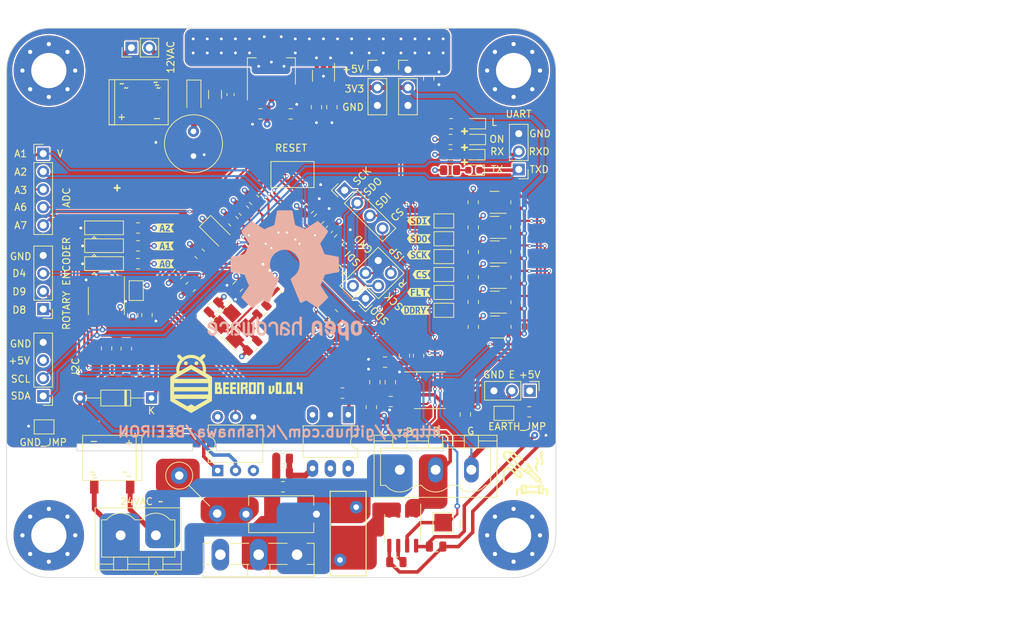
<source format=kicad_pcb>
(kicad_pcb (version 20211014) (generator pcbnew)
  (layers (0 "F.Cu" signal) (1 "In1.Cu" power) (2 "In2.Cu" power) (31 "B.Cu" signal) (34 "B.Paste" user) (35 "F.Paste" user) (36 "B.SilkS" user "B.Silkscreen") (37 "F.SilkS" user "F.Silkscreen") (38 "B.Mask" user) (39 "F.Mask" user) (44 "Edge.Cuts" user))
  (net 0 "")
  (net 1 "+12V")
  (net 2 "GND")
  (net 3 "T2")
  (net 4 "T1")
  (net 5 "+3V3")
  (net 6 "Net-(C2-Pad1)")
  (net 7 "+5V")
  (net 8 "+5VA")
  (net 9 "XTAL1")
  (net 10 "XTAL2")
  (net 11 "Net-(C3-Pad1)")
  (net 12 "Net-(C18-Pad2)")
  (net 13 "Net-(D1-Pad1)")
  (net 14 "RST")
  (net 15 "D10{slash}CS")
  (net 16 "DDRY")
  (net 17 "D13{slash}SCK")
  (net 18 "FAULT")
  (net 19 "D11{slash}SDI")
  (net 20 "CS")
  (net 21 "RXD")
  (net 22 "TXD")
  (net 23 "Net-(F1-Pad2)")
  (net 24 "Net-(BR1-Pad~)")
  (net 25 "Net-(BR1-Pad~{.})")
  (net 26 "SDA")
  (net 27 "SCL")
  (net 28 "D12{slash}SDO")
  (net 29 "Earth_Protective")
  (net 30 "D8")
  (net 31 "D9")
  (net 32 "D4")
  (net 33 "SCK")
  (net 34 "A2")
  (net 35 "A3")
  (net 36 "A6")
  (net 37 "A7")
  (net 38 "IRON_BLU")
  (net 39 "I_SENSE")
  (net 40 "SDO")
  (net 41 "D3")
  (net 42 "D2")
  (net 43 "IRON_RED")
  (net 44 "IRON_GRN")
  (net 45 "Net-(C17-Pad2)")
  (net 46 "A1{slash}VOLTAGE")
  (net 47 "SDI")
  (net 48 "Net-(Q7-Pad3)")
  (net 49 "Net-(C20-Pad1)")
  (net 50 "D6{slash}FAULT")
  (net 51 "D7{slash}DDRY")
  (net 52 "Net-(C23-Pad1)")
  (net 53 "A0{slash}CURRENT")
  (net 54 "Net-(JP1-Pad1)")
  (net 55 "Net-(JP2-Pad2)")
  (net 56 "Net-(JP2-Pad3)")
  (net 58 "Net-(JP3-Pad2)")
  (net 60 "Net-(BR2-Pad~{.})")
  (net 61 "Net-(JP3-Pad3)")
  (net 62 "Net-(C13-Pad1)")
  (net 67 "Net-(DL1-Pad2)")
  (net 68 "Net-(DON1-Pad2)")
  (net 69 "Net-(JP4-Pad2)")
  (net 70 "Net-(JP4-Pad3)")
  (net 71 "Net-(R16-Pad2)")
  (net 72 "Net-(R30-Pad2)")
  (net 73 "Net-(R34-Pad1)")
  (net 74 "Net-(R35-Pad2)")
  (net 75 "Net-(R36-Pad2)")
  (net 76 "Net-(R37-Pad2)")
  (net 77 "Net-(R40-Pad1)")
  (footprint "Resistor_SMD:R_0805_2012Metric" (layer "F.Cu") (at 121.666 88.9 180)
    (fp_text reference "R11" hide)
    (fp_text value "10K")
  )
  (footprint "Resistor_SMD:R_0805_2012Metric" (layer "F.Cu") (at 118 106.5)
    (fp_text reference "R42" hide)
    (fp_text value "100")
  )
  (footprint "Package_TO_SOT_SMD:SOT-223-3_TabPin2" (layer "F.Cu") (at 140.6 64.1 90)
    (fp_text reference "U4" hide)
    (fp_text value "NCP1117-5.0_SOT223")
  )
  (footprint "Package_TO_SOT_SMD:SOT-23" (layer "F.Cu") (at 172.325782 96.897436 180)
    (fp_text reference "Q4" hide)
    (fp_text value "BSS138")
  )
  (footprint "Resistor_SMD:R_0805_2012Metric" (layer "F.Cu") (at 169.290207 100.4145 90)
    (fp_text reference "R23" hide)
    (fp_text value "K10K")
  )
  (footprint "Capacitor_THT:C_Radial_D8.0mm_H7.0mm_P3.50mm" (layer "F.Cu") (at 129.54 72.644 -90)
    (fp_text reference "C7" hide)
    (fp_text value "C_Polarized")
  )
  (footprint "Capacitor_SMD:C_0805_2012Metric" (layer "F.Cu") (at 139.05 70.15 180)
    (fp_text reference "C4" hide)
    (fp_text value "10u")
  )
  (footprint "Capacitor_THT:C_Disc_D9.0mm_W5.0mm_P10.00mm" (layer "F.Cu") (at 137 127)
    (fp_text reference "C20" hide)
    (fp_text value "0.53u")
  )
  (footprint "Package_TO_SOT_SMD:SOT-23" (layer "F.Cu") (at 172.289 86.268418 180)
    (fp_text reference "Q5" hide)
    (fp_text value "BSS138")
  )
  (footprint "Connector_PinHeader_2.54mm:PinHeader_1x03_P2.54mm_Vertical" (layer "F.Cu") (at 175.731 78.046 180)
    (fp_text reference "J4" hide)
    (fp_text value "UART")
  )
  (footprint "Resistor_SMD:R_0805_2012Metric" (layer "F.Cu") (at 165.982607 78.146)
    (fp_text reference "R37" hide)
    (fp_text value "10K")
  )
  (footprint "Resistor_SMD:R_0805_2012Metric" (layer "F.Cu") (at 120 103.4875 -90)
    (fp_text reference "R41" hide)
    (fp_text value "100")
  )
  (footprint "Resistor_SMD:R_0805_2012Metric" (layer "F.Cu") (at 122 106.5)
    (fp_text reference "R40" hide)
    (fp_text value "10K")
  )
  (footprint "kibuzzard-619F1F60" (layer "F.Cu") (at 125.476 91.44)
    (fp_text reference "kibuzzard-619F1F60" hide)
    (fp_text value "G***" hide)
  )
  (footprint "Jumper:SolderJumper-3_P2.0mm_Open_TrianglePad1.0x1.5mm" (layer "F.Cu") (at 116.84 91.44)
    (fp_text reference "JP2" hide)
    (fp_text value "A0")
  )
  (footprint "Capacitor_SMD:C_0805_2012Metric" (layer "F.Cu") (at 149.2 69.2 -90)
    (fp_text reference "C1" hide)
    (fp_text value "1u")
  )
  (footprint "kibuzzard-6198C8F1" (layer "F.Cu") (at 161.544 95.504)
    (fp_text reference "kibuzzard-6198C8F1" hide)
    (fp_text value "G***" hide)
  )
  (footprint "Package_TO_SOT_SMD:SOT-23-5" (layer "F.Cu") (at 148 64.75 -90)
    (fp_text reference "U3" hide)
    (fp_text value "LP2985-3.3")
  )
  (footprint "kibuzzard-619F1F9A" (layer "F.Cu") (at 125.476 86.36)
    (fp_text reference "kibuzzard-619F1F9A" hide)
    (fp_text value "G***" hide)
  )
  (footprint "Connector_PinHeader_2.54mm:PinHeader_1x03_P2.54mm_Vertical" (layer "F.Cu") (at 177.292 109.474 -90)
    (fp_text reference "J5" hide)
    (fp_text value "PWR")
  )
  (footprint "Resistor_SMD:R_0805_2012Metric" (layer "F.Cu") (at 150.6875 109.8 180)
    (fp_text reference "R34" hide)
    (fp_text value "220")
  )
  (footprint "Connector_PinHeader_2.54mm:PinHeader_1x03_P2.54mm_Vertical" (layer "F.Cu") (at 160 63.875)
    (fp_text reference "J11" hide)
    (fp_text value "SUPPLY_OUT")
  )
  (footprint "Resistor_SMD:R_0805_2012Metric" (layer "F.Cu") (at 175.363111 93.3685 -90)
    (fp_text reference "R18" hide)
    (fp_text value "10K")
  )
  (footprint "Connector_PinHeader_2.54mm:PinHeader_1x02_P2.54mm_Vertical" (layer "F.Cu") (at 120.725 60.75 90)
    (fp_text reference "J1" hide)
    (fp_text value "Conn_01x02_Male")
  )
  (footprint "Button_Switch_SMD:SW_SPST_CK_RS282G05A3" (layer "F.Cu") (at 143.6 78.770227)
    (fp_text reference "SW1" hide)
    (fp_text value "SW_Push")
  )
  (footprint "MountingHole:MountingHole_5mm_Pad_Via" (layer "F.Cu") (at 175 64)
    (fp_text reference "H2" hide)
    (fp_text value "MountingHole_Pad")
  )
  (footprint "Resistor_SMD:R_0805_2012Metric" (layer "F.Cu") (at 175.358406 96.92011 -90)
    (fp_text reference "R24" hide)
    (fp_text value "10K")
  )
  (footprint "Capacitor_SMD:C_0805_2012Metric" (layer "F.Cu") (at 155.3 108.25 -90)
    (fp_text reference "C17" hide)
    (fp_text value "10nF")
  )
  (footprint "Resistor_SMD:R_0805_2012Metric" (layer "F.Cu") (at 121.659892 91.418086 180)
    (fp_text reference "R12" hide)
    (fp_text value "10K")
  )
  (footprint "Capacitor_SMD:C_0805_2012Metric" (layer "F.Cu") (at 168.148 112.842 -90)
    (fp_text reference "C16" hide)
    (fp_text value "1u")
  )
  (footprint "Resistor_THT:R_Axial_DIN0411_L9.9mm_D3.6mm_P7.62mm_Vertical" (layer "F.Cu") (at 127.518056 121.518056 -45)
    (fp_text reference "R32" hide)
    (fp_text value "2E/2W")
  )
  (footprint "FOOTPRINT:LOGO V0.0" (layer "F.Cu") (at 136.016001 108.574115)
    (fp_text reference "G***" hide)
    (fp_text value "LOGO" hide)
  )
  (footprint "Capacitor_SMD:C_0805_2012Metric" (layer "F.Cu") (at 147 69.2 -90)
    (fp_text reference "C2" hide)
    (fp_text value "10n")
  )
  (footprint "Connector_PinHeader_2.54mm:PinHeader_1x03_P2.54mm_Vertical" (layer "F.Cu") (at 155.652393 63.87487)
    (fp_text reference "J10" hide)
    (fp_text value "SUPPLY_OUT")
  )
  (footprint "Package_DIP:DIP-6_W7.62mm" (layer "F.Cu") (at 132.975 120.8 90)
    (fp_text reference "U9" hide)
    (fp_text value "4N25")
  )
  (footprint "Resistor_SMD:R_0805_2012Metric" (layer "F.Cu") (at 166.031 75.946)
    (fp_text reference "R36" hide)
    (fp_text value "10K")
  )
  (footprint "Resistor_SMD:R_0805_2012Metric" (layer "F.Cu") (at 142.25 121.1)
    (fp_text reference "R30" hide)
    (fp_text value "100")
  )
  (footprint "Resistor_SMD:R_0805_2012Metric" (layer "F.Cu") (at 177.217 112.474 180)
    (fp_text reference "R17" hide)
    (fp_text value "10M")
  )
  (footprint "Resistor_SMD:R_0805_2012Metric" (layer "F.Cu") (at 169.267112 93.34367 90)
    (fp_text reference "R19" hide)
    (fp_text value "K10K")
  )
  (footprint "Connector_Phoenix_MSTB:PhoenixContact_MSTBVA_2,5_3-G-5,08_1x03_P5.08mm_Vertical" (layer "F.Cu") (at 158.84 120.7)
    (fp_text reference "J8" hide)
    (fp_text value "Soldering Conn")
  )
  (footprint "TestPoint:TestPoint_Pad_2.5x2.5mm" (layer "F.Cu") (at 165 128.2)
    (fp_text reference "TP1" hide)
    (fp_text value "TestPoint")
  )
  (footprint "Package_TO_SOT_SMD:SOT-23" (layer "F.Cu") (at 172.289 82.712418 180)
    (fp_text reference "Q2" hide)
    (fp_text value "BSS138")
  )
  (footprint "Capacitor_SMD:C_0805_2012Metric" (layer "F.Cu") (at 157.55 111 180)
    (fp_text reference "C15" hide)
    (fp_text value "1u")
  )
  (footprint "Resistor_SMD:R_0805_2012Metric" (layer "F.Cu") (at 136.7 83.9 -45)
    (fp_text reference "R3" hide)
    (fp_text value "2.2K")
  )
  (footprint "Connector_PinHeader_2.54mm:PinHeader_2x03_P2.54mm_Vertical" (layer "F.Cu") (at 153.979773 96.362329 135)
    (fp_text reference "J7" hide)
    (fp_text value "ISP")
  )
  (footprint "Jumper:SolderJumper-2_P1.3mm_Open_TrianglePad1.0x1.5mm" (layer "F.Cu") (at 165.1 98.044 180)
    (fp_text reference "JP5" hide)
    (fp_text value "Jumper_2_Open")
  )
  (footprint "Capacitor_SMD:C_0805_2012Metric" (layer "F.Cu") (at 137.928249 103.071751 -135)
    (fp_text reference "C13" hide)
    (fp_text value "14p")
  )
  (footprint "Capacitor_SMD:C_0805_2012Metric" (layer "F.Cu") (at 162.95 65.127195 -90)
    (fp_text reference "C8" hide)
    (fp_text value "100n")
  )
  (footprint "Resistor_SMD:R_0805_2012Metric" (layer "F.Cu") (at 169.25292 82.702003 90)
    (fp_text reference "R21" hide)
    (fp_text value "K10K")
  )
  (footprint "Capacitor_SMD:C_0805_2012Metric" (layer "F.Cu") (at 156.75 105.4 180)
    (fp_text reference "C19" hide)
    (fp_text value "10nF")
  )
  (footprint "Resistor_SMD:R_0805_2012Metric" (layer "F.Cu") (at 166.0435 73.796)
    (fp_text reference "R39" hide)
    (fp_text value "10K")
  )
  (footprint "Resistor_SMD:R_0805_2012Metric" (layer "F.Cu") (at 169.278122 89.773836 90)
    (fp_text reference "R29" hide)
    (fp_text value "K10K")
  )
  (footprint "LED_SMD:LED_0603_1608Metric" (layer "F.Cu") (at 169.5435 73.796 180)
    (fp_text reference "DON1" hide)
    (fp_text value "ON")
  )
  (footprint "Capacitor_SMD:C_0805_2012Metric" (layer "F.Cu") (at 157.5 108.25 90)
    (fp_text reference "C18" hide)
    (fp_text value "10nF")
  )
  (footprint "Fuse:Fuse_1206_3216Metric" (layer "F.Cu") (at 132.6 67.4 -90)
    (fp_text reference "F1" hide)
    (fp_text value "Resetable Fuse")
  )
  (footprint "Resistor_SMD:R_0805_2012Metric" (layer "F.Cu") (at 166.131 71.546)
    (fp_text reference "R38" hide)
    (fp_text value "10K")
  )
  (footprint "Resistor_SMD:R_0805_2012Metric" (layer "F.Cu") (at 175.322809 86.256499 -90)
    (fp_text reference "R26" hide)
    (fp_text value "10K")
  )
  (footprint "Resistor_SMD:R_0805_2012Metric" (layer "F.Cu") (at 130.40953 90.00953 -45)
    (fp_text reference "R2" hide)
    (fp_text value "2.2K")
  )
  (footprint "Jumper:SolderJumper-2_P1.3mm_Open_TrianglePad1.0x1.5mm" (layer "F.Cu") (at 108.325 114.6)
    (fp_text reference "JP12" hide)
    (fp_text value "Jumper_2_Open")
  )
  (footprint "MountingHole:MountingHole_5mm_Pad_Via" (layer "F.Cu") (at 109 64)
    (fp_text reference "H1" hide)
    (fp_text value "MountingHole_Pad")
  )
  (footprint "Package_QFP:TQFP-32_7x7mm_P0.8mm" (layer "F.Cu") (at 142.136449 90.416495 45)
    (fp_text reference "U5" hide)
    (fp_text value "ATmega328P-A")
  )
  (footprint "Package_TO_SOT_SMD:SOT-23" (layer "F.Cu") (at 172.322849 89.755366 180)
    (fp_text reference "Q6" hide)
    (fp_text value "BSS138")
  )
  (footprint "Inductor_SMD:L_0603_1608Metric" (layer "F.Cu") (at 134.8 67.4125 -90)
    (fp_text reference "FB1" hide)
    (fp_text value "100Ω @ 100MHz")
  )
  (footprint "Capacitor_SMD:C_0805_2012Metric" (layer "F.Cu") (at 143.35 70.15)
    (fp_text reference "C3" hide)
    (fp_text value "10u")
  )
  (footprint "Resistor_SMD:R_0805_2012Metric" (layer "F.Cu") (at 147.584538 100.124992 135)
    (fp_text reference "R5" hide)
    (fp_text value "2.2K")
  )
  (footprint "Package_SO:SOIC-8_3.9x4.9mm_P1.27mm" (layer "F.Cu") (at 117.168 96.724 -90)
    (fp_text reference "U6" hide)
    (fp_text value "24LC512")
  )
  (footprint "Capacitor_SMD:C_0805_2012Metric" (layer "F.Cu") (at 158.35 133.8 180)
    (fp_text reference "C23" hide)
    (fp_text value "100n")
  )
  (footprint "Jumper:SolderJumper-2_P1.3mm_Open_TrianglePad1.0x1.5mm" (layer "F.Cu") (at 165.1 95.504 180)
    (fp_text reference "JP6" hide)
    (fp_text value "Jumper_2_Open")
  )
  (footprint "Capacitor_SMD:C_0805_2012Metric" (layer "F.Cu") (at 164 131.6)
    (fp_text reference "C21" hide)
    (fp_text value "100n")
  )
  (footprint "Capacitor_SMD:C_0805_2012Metric" (layer "F.Cu") (at 135.828249 94.671751 -135)
    (fp_text reference "C10" hide)
    (fp_text value "100n")
  )
  (footprint "Jumper:SolderJumper-2_P1.3mm_Open_TrianglePad1.0x1.5mm" (layer "F.Cu") (at 173.627 112.674 180)
    (fp_text reference "JP11" hide)
    (fp_text value "Jumper_2_Open")
  )
  (footprint "Package_DIP:DIP-6_W7.62mm_LongPads" (layer "F.Cu") (at 151.525 112.88 -90)
    (fp_text reference "U8" hide)
    (fp_text value "MOC3020M")
  )
  (footprint "Resistor_SMD:R_0805_2012Metric" (layer "F.Cu") (at 161.5 104.4875 -90)
    (fp_text reference "R16" hide)
    (fp_text value "100")
  )
  (footprint "Capacitor_SMD:C_0805_2012Metric" (layer "F.Cu") (at 147.379773 85.070227 45)
    (fp_text reference "C5" hide)
    (fp_text value "1u")
  )
  (footprint "kibuzzard-6198C8AE" (layer "F.Cu") (at 161.544 90.17)
    (fp_text reference "kibuzzard-6198C8AE" hide)
    (fp_text value "G***" hide)
  )
  (footprint "Package_TO_SOT_THT:TO-3P-3_Vertical" (layer "F.Cu") (at 144.25 132.75 180)
    (fp_text reference "Q7" hide)
    (fp_text value "BTB26-600")
  )
  (footprint "Jumper:SolderJumper-2_P1.3mm_Open_TrianglePad1.0x1.5mm" (layer "F.Cu") (at 165.098758 85.344001 180)
    (fp_text reference "JP10" hide)
    (fp_text value "Jumper_2_Open")
  )
  (footprint "Connector_PinHeader_2.54mm:PinHeader_1x04_P2.54mm_Vertical" (layer "F.Cu") (at 108.2 110.22 180)
    (fp_text reference "J2" hide)
    (fp_text value "I2C")
  )
  (footprint "LED_SMD:LED_0603_1608Metric" (layer "F.Cu") (at 169.5435 71.546 180)
    (fp_text reference "DL1" hide)
    (fp_text value "L")
  )
  (footprint "Resistor_SMD:R_0805_2012Metric" (layer "F.Cu") (at 138.15953 82.35953 -45)
    (fp_text reference "R4" hide)
    (fp_text value "2.2K")
  )
  (footprint "DB107S:DIOB_DB107S" (layer "F.Cu") (at 121.75 68.5 180)
    (fp_text reference "BR1" hide)
    (fp_text value "DB107S")
  )
  (footprint "Resistor_SMD:R_0805_2012Metric" (layer "F.Cu") (at 127.334538 92.915462 45)
    (fp_text reference "R1" hide)
    (fp_text value "2.2K")
  )
  (footprint "Crystal:Crystal_SMD_3225-4Pin_3.2x2.5mm_HandSoldering" (layer "F.Cu") (at 135.2 100.3 -45)
    (fp_text reference "Y1" hide)
    (fp_text value "S3216000091060JY")
  )
  (footprint "MountingHole:MountingHole_5mm_Pad_Via" (layer "F.Cu") (at 175 130)
    (fp_text reference "H3" hide)
    (fp_text value "MountingHole_Pad")
  )
  (footprint "Resistor_SMD:R_0805_2012Metric" (layer "F.Cu") (at 169.273042 96.8775 90)
    (fp_text reference "R25" hide)
    (fp_text value "K10K")
  )
  (footprint "Inductor_SMD:L_0603_1608Metric" (layer "F.Cu") (at 148.843153 86.556847 -135)
    (fp_text reference "L1" hide)
    (fp_text value "L")
  )
  (footprint "Resistor_SMD:R_0805_2012Metric" (layer "F.Cu") (at 122.936 98.7025 -90)
    (fp_text reference "R13" hide)
    (fp_text value "10K")
  )
  (footprint "LED_SMD:LED_0603_1608Metric" (layer "F.Cu") (at 169.4435 75.946 180)
    (fp_text reference "RXD1" hide)
    (fp_text value "RXD")
  )
  (footprint "FOOTPRINT:IRON" (layer "F.Cu") (at 176.7 121.2)
    (fp_text reference "G***" hide)
    (fp_text value "LOGO" hide)
  )
  (footprint "Jumper:SolderJumper-2_P1.3mm_Open_TrianglePad1.0x1.5mm" (layer "F.Cu") (at 165.1 90.424 180)
    (fp_text reference "JP8" hide)
    (fp_text value "Jumper_2_Open")
  )
  (footprint "Diode_SMD:D_1206_3216Metric" (layer "F.Cu") (at 132.794714 86.994714 -45)
    (fp_text reference "D2" hide)
    (fp_text value "CD1206-S01575")
  )
  (footprint "Connector_PinHeader_2.54mm:PinHeader_1x04_P2.54mm_Vertical" (layer "F.Cu") (at 108.2 97.88 180)
    (fp_text reference "J6" hide)
    (fp_text value "ROTARY")
  )
  (footprint "Resistor_SMD:R_0805_2012Metric" (layer "F.Cu") (at 175.337 82.712418 -90)
    (fp_text reference "R20" hide)
    (fp_text value "10K")
  )
  (footprint "Resistor_SMD:R_0805_2012Metric" (layer "F.Cu") (at 121.666 86.36 180)
    (fp_text reference "R10" hide)
    (fp_text value "10K")
  )
  (footprint "Package_SO:SOIC-8_3.9x4.9mm_P1.27mm" (layer "F.Cu") (at 159.25 129 -90)
    (fp_text reference "U10" hide)
    (fp_text value "ACS712xLCTR-20A")
  )
  (footprint "Capacitor_SMD:C_0805_2012Metric" (layer "F.Cu") (at 137.328249 96.171751 -135)
    (fp_text reference "C11" hide)
    (fp_text value "100n")
  )
  (footprint "Connector_Phoenix_MSTB:PhoenixContact_MSTBVA_2,5_2-G_1x02_P5.00mm_Vertical" (layer "F.Cu") (at 124.2 130 180)
    (fp_text reference "J12" hide)
    (fp_text value "Conn_01x02_Male")
  )
  (footprint "Resistor_SMD:R_0805_2012Metric" (layer "F.Cu") (at 159.5 104.4875 -90)
    (fp_text reference "R15" hide)
    (fp_text value "100")
  )
  (footprint "Resistor_SMD:R_0805_2012Metric" (layer "F.Cu") (at 142.25 119.1)
    (fp_text reference "R31" hide)
    (fp_text value "100")
  )
  (footprint "Capacitor_SMD:C_0805_2012Metric" (layer "F.Cu") (at 145.901524 83.598476 45)
    (fp_text reference "C9" hide)
    (fp_text value "100n")
  )
  (footprint "Resistor_SMD:R_0805_2012Metric" (layer "F.Cu") (at 135.2 85.4 -45)
    (fp_text reference "R8" hide)
    (fp_text value "10K")
  )
  (footprint "kibuzzard-619F1F8F" (layer "F.Cu") (at 125.476 88.9)
    (fp_text reference "kibuzzard-619F1F8F" hide)
    (fp_text value "G***" hide)
  )
  (footprint "Jumper:SolderJumper-2_P1.3mm_Open_TrianglePad1.0x1.5mm" (layer "F.Cu") (at 121.412 95.25 90)
    (fp_text reference "JP1" hide)
    (fp_text value "WP")
  )
  (footprint "Package_TO_SOT_SMD:SOT-23" (layer "F.Cu") (at 172.315111 93.3685 180)
    (fp_text reference "Q1" hide)
    (fp_text value "BSS138")
  )
  (footprint "Resistor_SMD:R_0805_2012Metric" (layer "F.Cu") (at 126.6 115.2)
    (fp_text reference "R35" hide)
    (fp_text value "3.9K")
  )
  (footprint "Jumper:SolderJumper-3_P2.0mm_Open_TrianglePad1.0x1.5mm" (layer "F.Cu") (at 116.84 88.9)
    (fp_text reference "JP3" hide)
    (fp_text value "A1")
  )
  (footprint "Resistor_SMD:R_0805_2012Metric" (layer "F.Cu") (at 139.25 98 45)
    (fp_text reference "R9" hide)
    (fp_text value "50")
  )
  (footprint "kibuzzard-6198C929" (layer "F.Cu") (at 161.036 98.044)
    (fp_text reference "kibuzzard-6198C929" hide)
    (fp_text value "G***" hide)
  )
  (footprint "Diode_THT:D_DO-35_SOD27_P10.16mm_Horizontal" (layer "F.Cu") (at 123.58 110.5 180)
    (fp_text reference "D3" hide)
    (fp_text value "4.8V")
  )
  (footprint "Resistor_SMD:R_0805_2012Metric" (layer "F.Cu") (at 142.25 123.1)
    (fp_text reference "R33" hide)
    (fp_text value "100")
  )
  (footprint "Capacitor_SMD:C_0805_2012Metric" (layer "F.Cu") (at 120.904 98.74 90)
    (fp_text reference "C14" hide)
    (fp_text value "100n")
  )
  (footprint "DB107S:DIOB_DB107S" (layer "F.Cu") (at 118 119)
    (fp_text reference "BR2" hide)
    (fp_text value "DB107S")
  )
  (footprint "LED_SMD:LED_0603_1608Metric" (layer "F.Cu") (at 169.357607 78.146 180)
    (fp_text reference "TXD1" hide)
    (fp_text value "TXD")
  )
  (footprint "Resistor_SMD:R_0805_2012Metric" (layer "F.Cu") (at 175.332967 89.744401 -90)
    (fp_text reference "R28" hide)
    (fp_text value "10K")
  )
  (footprint "Jumper:SolderJumper-3_P2.0mm_Open_TrianglePad1.0x1.5mm" (layer "F.Cu") (at 116.84 86.36)
    (fp_text reference "JP4" hide)
    (fp_text value "A2")
  )
  (footprint "Connector_PinHeader_2.54mm:PinHeader_1x05_P2.54mm_Vertical" (layer "F.Cu") (at 108.2 75.8)
    (fp_text reference "J9" hide)
    (fp_text value "ADC")
  )
  (footprint "kibuzzard-6198C8D5" (layer "F.Cu") (at 161.929988 92.970714)
    (fp_text reference "kibuzzard-6198C8D5" hide)
    (fp_text value "G***" hide)
  )
  (footprint "Jumper:SolderJumper-2_P1.3mm_Open_TrianglePad1.0x1.5mm" (layer "F.Cu") (at 165.1 87.884 180)
    (fp_text reference "JP9" hide)
    (fp_text value "Jumper_2_Open")
  )
  (footprint "MountingHole:MountingHole_5mm_Pad_Via" (layer "F.Cu") (at 109 130)
    (fp_text reference "H4" hide)
    (fp_text value "MountingHole_Pad")
  )
  (footprint "Package_TO_SOT_SMD:SOT-23" (layer "F.Cu") (at 172.327455 100.418238 180)
    (fp_text reference "Q3" hide)
    (fp_text value "BSS138")
  )
  (footprint "Varistor:RV_Disc_D12mm_W5.1mm_P7.5mm" (layer "F.Cu") (at 150.35 133.5 90)
    (fp_text reference "RV1" hide)
    (fp_text value "Varistor")
  )
  (footprint "Jumper:SolderJumper-2_P1.3mm_Open_TrianglePad1.0x1.5mm" (layer "F.Cu") (at 165.1 92.964 180)
    (fp_text reference "JP7" hide)
    (fp_text value "Jumper_2_Open")
  )
  (footprint "Diode_SMD:D_SOD-123" (layer "F.Cu") (at 129.6 67.6 -90)
    (fp_text reference "D1" hide)
    (fp_text value "B5819W")
  )
  (footprint "Capacitor_SMD:C_0805_2012Metric" (layer "F.Cu") (at 117.2 103.45 -90)
    (fp_text reference "C22" hide)
    (fp_text value "10u")
  )
  (footprint "Resistor_SMD:R_0805_2012Metric" (layer "F.Cu") (at 169.276932 86.273083 90)
    (fp_text reference "R27" hide)
    (fp_text value "K10K")
  )
  (footprint "kibuzzard-6198C8A0" (layer "F.Cu") (at 161.544 85.344)
    (fp_text reference "kibuzzard-6198C8A0" hide)
    (fp_text value "G***" hide)
  )
  (footprint "Resistor_SMD:R_0805_2012Metric" (layer "F.Cu") (at 175.369042 100.391703 -90)
    (fp_text reference "R22" hide)
    (fp_text value "10K")
  )
  (footprint "Capacitor_SMD:C_0805_2012Metric" (layer "F.Cu") (at 132.4 97.6 45)
    (fp_text reference "C12" hide)
    (fp_text value "14p")
  )
  (footprint "kibuzzard-6198C887" (layer "F.Cu") (at 161.544 87.884)
    (fp_text reference "kibuzzard-6198C887" hide)
    (fp_text value "G***" hide)
  )
  (footprint "Resistor_SMD:R_0805_2012Metric" (layer "F.Cu") (at 129.134538 94.715462 45)
    (fp_text reference "R7" hide)
    (fp_text value "2.2K")
  )
  (footprint "Resistor_SMD:R_0805_2012Metric" (layer "F.Cu") (at 149.334538 98.624992 135)
    (fp_text reference "R6" hide)
    (fp_text value "2.2K")
  )
  (footprint "Connector_PinHeader_2.54mm:PinHeader_1x04_P2.54mm_Vertical" (layer "F.Cu") (at 151.007898 81.007898 45)
    (fp_text reference "J3" hide)
    (fp_text value "SPI")
  )
  (footprint "Resistor_SMD:R_0805_2012Metric" (layer "F.Cu") (at 154.8 111.8 90)
    (fp_text reference "R14" hide)
    (fp_text value "100")
  )
  (footprint "Package_SO:TSSOP-14_4.4x5mm_P0.65mm" (layer "F.Cu") (at 163.1 109.4)
    (fp_text reference "U7" hide)
    (fp_text value "MAX31856")
  )
  (footprint "Capacitor_SMD:C_0805_2012Metric" (layer "F.Cu") (at 150.251524 87.998476 45)
    (fp_text reference "C6" hide)
    (fp_text value "10n")
  )
  (footprint "Symbol:OSHW-Logo2_24.3x20mm_SilkScreen" (layer "B.Cu") (at 142.5 93.1 180)
    (fp_text reference "REF**" hide)
    (fp_text value "OSHW-Logo2_24.3x20mm_SilkScreen" hide)
  )
  (gr_arc (start 175 58) (mid 179.242641 59.757359) (end 181 64) (layer "Edge.Cuts") (width 0.1))
  (gr_line (start 181 130) (end 181 64) (layer "Edge.Cuts") (width 0.1))
  (gr_line (start 103 64) (end 103 130) (layer "Edge.Cuts") (width 0.1))
  (gr_arc (start 103 64) (mid 104.757359 59.757359) (end 109 58) (layer "Edge.Cuts") (width 0.1))
  (gr_line (start 132.8 117) (end 165 117) (layer "Edge.Cuts") (width 0.1))
  (gr_line (start 129.4 117) (end 113 117) (layer "Edge.Cuts") (width 0.1))
  (gr_line (start 132.8 117) (end 132.8 118) (layer "Edge.Cuts") (width 0.1))
  (gr_line (start 113 117) (end 113 118) (layer "Edge.Cuts") (width 0.1))
  (gr_line (start 165 118) (end 132.8 118) (layer "Edge.Cuts") (width 0.1))
  (gr_arc (start 109 136) (mid 104.757359 134.242641) (end 103 130) (layer "Edge.Cuts") (width 0.1))
  (gr_line (start 175 58) (end 109 58) (layer "Edge.Cuts") (width 0.1))
  (gr_line (start 113 118) (end 129.4 118) (layer "Edge.Cuts") (width 0.1))
  (gr_line (start 109 136) (end 175 136) (layer "Edge.Cuts") (width 0.1))
  (gr_arc (start 181 130) (mid 179.242641 134.242641) (end 175 136) (layer "Edge.Cuts") (width 0.1))
  (gr_line (start 129.4 117) (end 129.4 118) (layer "Edge.Cuts") (width 0.1))
  (gr_line (start 165 117) (end 165 118) (layer "Edge.Cuts") (width 0.1))
  (gr_text "https://github.com/Krishnawa/BEEIRON" (at 141.8 115.3) (layer "B.SilkS") (effects (font (size 1.5 1.5) (thickness 0.3)) (justify mirror)))
  (gr_text "+5" (at 150.5 92.5 135) (layer "F.SilkS") (effects (font (size 1 1))))
  (gr_text "A1" (at 105 75.8) (layer "F.SilkS") (effects (font (size 1 1))))
  (gr_text "A7" (at 105 86) (layer "F.SilkS") (effects (font (size 1 1))))
  (gr_text "D4" (at 104.8 92.8) (layer "F.SilkS") (effects (font (size 1 1))))
  (gr_text "E" (at 174.752 107.188) (layer "F.SilkS") (effects (font (size 1 1))))
  (gr_text "GND_JMP" (at 108.2 116.8) (layer "F.SilkS") (effects (font (size 1 1))))
  (gr_text "ISP" (at 158.4 90 135) (layer "F.SilkS") (effects (font (size 1 1))))
  (gr_text "A3" (at 105 81) (layer "F.SilkS") (effects (font (size 1 1))))
  (gr_text "+5V" (at 152.2 63.8) (layer "F.SilkS") (effects (font (size 1 1))))
  (gr_text "24VAC ~" (at 122.2 125.2) (layer "F.SilkS") (effects (font (size 1 1))))
  (gr_text "TX" (at 172.631 78.046) (layer "F.SilkS") (effects (font (size 1 1))))
  (gr_text "3V3" (at 152.4 66.6) (layer "F.SilkS") (effects (font (size 1 1))))
  (gr_text "A2" (at 105 78.4) (layer "F.SilkS") (effects (font (size 1 1))))
  (gr_text "ON" (at 172.631 73.746) (layer "F.SilkS") (effects (font (size 1 1))))
  (gr_text "I" (at 167.386 128.397) (layer "F.SilkS") (effects (font (size 1 1))))
  (gr_text "SCL" (at 105 107.8) (layer "F.SilkS") (effects (font (size 1 1))))
  (gr_text "ROTARY ENCODER" (at 111.506 94.234 90) (layer "F.SilkS") (effects (font (size 1 1))))
  (gr_text "GND\n" (at 105 102.8) (layer "F.SilkS") (effects (font (size 1 1))))
  (gr_text "GND" (at 178.757 72.966) (layer "F.SilkS") (effects (font (size 1 1))))
  (gr_text "B" (at 160.19 115.29) (layer "F.SilkS") (effects (font (size 1 1))))
  (gr_text "TXD" (at 178.631 78.046) (layer "F.SilkS") (effects (font (size 1 1))))
  (gr_text "G" (at 168.9 115.2) (layer "F.SilkS") (effects (font (size 1 1))))
  (gr_text "R" (at 164 115.2) (layer "F.SilkS") (effects (font (size 1 1))))
  (gr_text "GND" (at 152.2 69.2) (layer "F.SilkS") (effects (font (size 1 1))))
  (gr_text "GND" (at 172.212 107.188) (layer "F.SilkS") (effects (font (size 1 1))))
  (gr_text "GND" (at 105 90.4) (layer "F.SilkS") (effects (font (size 1 1))))
  (gr_text "12VAC" (at 126.3 62.1 90) (layer "F.SilkS") (effects (font (size 1 1))))
  (gr_text "SCK\n" (at 153.5 79 45) (layer "F.SilkS") (effects (font (size 1 1))))
  (gr_text "RESET" (at 143.4 75) (layer "F.SilkS") (effects (font (size 1 1))))
  (gr_text "SDA" (at 105 110.2) (layer "F.SilkS") (effects (font (size 1 1))))
  (gr_text "RXD" (at 178.631 75.506) (layer "F.SilkS") (effects (font (size 1 1))))
  (gr_text "ADC" (at 111.506 82.042 90) (layer "F.SilkS") (effects (font (size 1 1))))
  (gr_text "RX" (at 172.661 75.506) (layer "F.SilkS") (effects (font (size 1 1))))
  (gr_text "GND\n" (at 153.67 88.646 135) (layer "F.SilkS") (effects (font (size 1 1))))
  (gr_text "SDO" (at 155.956 98.806 135) (layer "F.SilkS") (effects (font (size 1 1))))
  (gr_text "+" (at 168.031 76.946) (layer "F.SilkS") (effects (font (size 1 1) (thickness 0.25))))
  (gr_text "SDI" (at 152.146 90.678 135) (layer "F.SilkS") (effects (font (size 1 1))))
  (gr_text "L\n" (at 172.231 71.346) (layer "F.SilkS") (effects (font (size 1 1))))
  (gr_text "+" (at 168.031 72.546) (layer "F.SilkS") (effects (font (size 1 1) (thickness 0.25))))
  (gr_text "+5V" (at 177.292 107.188) (layer "F.SilkS") (effects (font (size 1 1))))
  (gr_text "I2C" (at 112.8 106 90) (layer "F.SilkS") (effects (font (size 1 1))))
  (gr_text "+" (at 168.031 74.846) (layer "F.SilkS") (effects (font (size 1 1) (thickness 0.25))))
  (gr_text "UART" (at 175.709 70.172) (layer "F.SilkS") (effects (font (size 1 1))))
  (gr_text "R" (at 159.258 94.234 135) (layer "F.SilkS") (effects (font (size 1 1))))
  (gr_text "D9" (at 104.8 95.4) (layer "F.SilkS") (effects (font (size 1 1))))
  (gr_text "D8" (at 104.8 98) (layer "F.SilkS") (effects (font (size 1 1))))
  (gr_text "SCK" (at 157.988 96.774 135) (layer "F.SilkS") (effects (font (size 1 1))))
  (gr_text "+5V" (at 104.8 105.2) (layer "F.SilkS") (effects (font (size 1 1))))
  (gr_text "+" (at 118.7 80.6) (layer "F.SilkS") (effects (font (size 1 1) (thickness 0.25))))
  (gr_text "V" (at 110.6 75.8) (layer "F.SilkS") (effects (font (size 1 1))))
  (gr_text "EARTH_JMP" (at 175.514 114.554) (layer "F.SilkS") (effects (font (size 1 1))))
  (gr_text "SDO" (at 155 80.5 45) (layer "F.SilkS") (effects (font (size 1 1))))
  (gr_text "A6" (at 105 83.4) (layer "F.SilkS") (effects (font (size 1 1))))
  (gr_text "CS" (at 158.5 84.5 45) (layer "F.SilkS") (effects (font (size 1 1))))
  (gr_text "SDI" (at 156.5 82.5 45) (layer "F.SilkS") (effects (font (size 1 1))))
  (segment (start 129.6 69.25) (end 129.6 72.584) (width 0.8) (layer "F.Cu") (net 1))
  (segment (start 120.95 69.25) (end 119.20041 70.99959) (width 0.7) (layer "F.Cu") (net 1))
  (segment (start 129.6 69.25) (end 120.95 69.25) (width 0.7) (layer "F.Cu") (net 1))
  (segment (start 119.20041 70.99959) (end 119.20041 72.62558) (width 0.7) (layer "F.Cu") (net 1))
  (segment (start 129.6 72.584) (end 129.54 72.644) (width 0.5) (layer "F.Cu") (net 1))
  (segment (start 155.8 105.4) (end 154.8 105.4) (width 0.5) (layer "F.Cu") (net 2))
  (segment (start 138.1 71.45) (end 137.922 71.628) (width 0.8) (layer "F.Cu") (net 2))
  (segment (start 114.84 91.44) (end 114.84 92.488) (width 0.3) (layer "F.Cu") (net 2))
  (segment (start 179.6 115.8) (end 179.6 116.2) (width 0.5) (layer "F.Cu") (net 2))
  (segment (start 179.6 116.2) (end 169.2 126.6) (width 0.5) (layer "F.Cu") (net 2))
  (segment (start 144.85881 87.128448) (end 144.85881 87.14119) (width 0.3) (layer "F.Cu") (net 2))
  (segment (start 155.3 107.3) (end 154.4 106.4) (width 0.5) (layer "F.Cu") (net 2))
  (segment (start 138.282717 92.573171) (end 138.326829 92.573171) (width 0.3) (layer "F.Cu") (net 2))
  (segment (start 144.85881 87.14119) (end 144 88) (width 0.3) (layer "F.Cu") (net 2))
  (segment (start 156.6 111.4) (end 157.4 112.2) (width 0.3) (layer "F.Cu") (net 2))
  (segment (start 124.30041 74.09959) (end 124.2 74.2) (width 0.7) (layer "F.Cu") (net 2))
  (segment (start 122.936 99.615) (end 124.159 99.615) (width 0.25) (layer "F.Cu") (net 2))
  (segment (start 157.345 133.745) (end 157.4 133.8) (width 0.5) (layer "F.Cu") (net 2))
  (segment (start 144.3 70.15) (end 144.3 68.9) (width 0.7) (layer "F.Cu") (net 2))
  (segment (start 154.8 105.4) (end 154.4 105) (width 0.5) (layer "F.Cu") (net 2))
  (segment (start 140.384156 92.734474) (end 140.384156 92.381928) (width 0.3) (layer "F.Cu") (net 2))
  (segment (start 131.064 75.946) (end 130.754 76.144) (width 0.8) (layer "F.Cu") (net 2))
  (segment (start 124.159 99.615) (end 124.206 99.568) (width 0.25) (layer "F.Cu") (net 2))
  (segment (start 158.8 135.2) (end 161.35 135.2) (width 0.5) (layer "F.Cu") (net 2))
  (segment (start 147.5 78.770227) (end 147.5 80.1) (width 0.3) (layer "F.Cu") (net 2))
  (segment (start 135.412132 102.138478) (end 135.651474 102.138478) (width 0.5) (layer "F.Cu") (net 2))
  (segment (start 114.84 86.36) (end 113.538 86.36) (width 0.25) (layer "F.Cu") (net 2))
  (segment (start 148 63.6125) (end 148 64.8) (width 0.5) (layer "F.Cu") (net 2))
  (segment (start 120.904 97.79) (end 119.888 96.774) (width 0.25) (layer "F.Cu") (net 2))
  (segment (start 114.84 88.9) (end 113.792 88.9) (width 0.3) (layer "F.Cu") (net 2))
  (segment (start 149.2 70.15) (end 149.2 71.4) (width 0.7) (layer "F.Cu") (net 2))
  (segment (start 115.263 92.911) (end 115.263 94.249) (width 0.3) (layer "F.Cu") (net 2))
  (segment (start 164.322805 66.077195) (end 164.4 66) (width 0.5) (layer "F.Cu") (net 2))
  (segment (start 107.5 114.5) (end 107.6 114.6) (width 0.5) (layer "F.Cu") (net 2))
  (segment (start 155.8 106.8) (end 155.8 105.4) (width 0.5) (layer "F.Cu") (net 2))
  (segment (start 115.263 94.249) (end 114.823 94.249) (width 0.3) (layer "F.Cu") (net 2))
  (segment (start 148.051524 84.348476) (end 148.8 83.6) (width 0.7) (layer "F.Cu") (net 2))
  (segment (start 135.856498 96.143502) (end 135.5 96.5) (width 0.5) (layer "F.Cu") (net 2))
  (segment (start 135.856498 96.043502) (end 135.856498 96.143502) (width 0.5) (layer "F.Cu") (net 2))
  (segment (start 159.45 107.45) (end 158.8 106.8) (width 0.3) (layer "F.Cu") (net 2))
  (segment (start 138.1 70.15) (end 138.1 71.45) (width 0.8) (layer "F.Cu") (net 2))
  (segment (start 135.143502 95.343502) (end 134.3 94.5) (width 0.7) (layer "F.Cu") (net 2))
  (segment (start 135.156498 95.343502) (end 135.856498 96.043502) (width 0.7) (layer "F.Cu") (net 2))
  (segment (start 133.282844 97.156498) (end 134.787868 98.661522) (width 0.5) (layer "F.Cu") (net 2))
  (segment (start 138.326829 92.573171) (end 139.4 91.5) (width 0.3) (layer "F.Cu") (net 2))
  (segment (start 147.5 80.1) (end 147.6 80.2) (width 0.3) (layer "F.Cu") (net 2))
  (segment (start 167.16 131.6) (end 164.95 131.6) (width 0.5) (layer "F.Cu") (net 2))
  (segment (start 130.754 76.144) (end 129.54 76.144) (width 0.8) (layer "F.Cu") (net 2))
  (segment (start 114.84 88.9) (end 114.84 86.36) (width 0.3) (layer "F.Cu") (net 2))
  (segment (start 155.3 107.3) (end 155.8 106.8) (width 0.5) (layer "F.Cu") (net 2))
  (segment (start 156.6 111) (end 156.6 111.4) (width 0.3) (layer "F.Cu") (net 2))
  (segment (start 114.823 94.249) (end 114.3 93.726) (width 0.3) (layer "F.Cu") (net 2))
  (segment (start 150.923275 87.326725) (end 151.073275 87.326725) (width 0.3) (layer "F.Cu") (net 2))
  (segment (start 114.84 92.488) (end 115.263 92.911) (width 0.3) (layer "F.Cu") (net 2))
  (segment (start 147 70.15) (end 147 71.4) (width 0.7) (layer "F.Cu") (net 2))
  (segment (start 146.673275 82.926725) (end 147.4 82.2) (width 0.7) (layer "F.Cu") (net 2))
  (segment (start 164.95 131.6) (end 161.35 135.2) (width 0.5) (layer "F.Cu") (net 2))
  (segment (start 144.3 68.9) (end 144.2 68.8) (width 0.7) (layer "F.Cu") (net 2))
  (segment (start 133.86 96.11) (end 133.86 96.14) (width 0.5) (layer "F.Cu") (net 2))
  (segment (start 169.2 129.56) (end 167.16 131.6) (width 0.5) (layer "F.Cu") (net 2))
  (segment (start 160.2375 107.45) (end 159.45 107.45) (width 0.3) (layer "F.Cu") (net 2))
  (segment (start 133.86 96.14) (end 133.071751 96.928249) (width 0.5) (layer "F.Cu") (net 2))
  (segment (start 135.156498 95.343502) (end 135.143502 95.343502) (width 0.7) (layer "F.Cu") (net 2))
  (segment (start 114.84 91.44) (end 113.792 91.44) (width 0.3) (layer "F.Cu") (net 2))
  (segment (start 151.073275 87.326725) (end 151.8 86.6) (width 0.3) (layer "F.Cu") (net 2))
  (segment (start 139.414088 93.704542) (end 140.384156 92.734474) (width 0.3) (layer "F.Cu") (net 2))
  (segment (start 148.051524 84.398476) (end 148.051524 84.348476) (width 0.7) (layer "F.Cu") (net 2))
  (segment (start 135.856498 96.043502) (end 136.656498 96.843502) (width 0.7) (layer "F.Cu") (net 2))
  (segment (start 162.95 66.077195) (end 164.322805 66.077195) (width 0.5) (layer "F.Cu") (net 2))
  (segment (start 106.125 114.5) (end 107.5 114.5) (width 0.5) (layer "F.Cu") (net 2))
  (segment (start 124.30041 72.62558) (end 124.30041 74.09959) (width 0.7) (layer "F.Cu") (net 2))
  (segment (start 169.2 126.6) (end 169.2 129.56) (width 0.5) (layer "F.Cu") (net 2))
  (segment (start 157.345 131.475) (end 157.345 133.745) (width 0.5) (layer "F.Cu") (net 2))
  (segment (start 157.4 133.8) (end 158.8 135.2) (width 0.5) (layer "F.Cu") (net 2))
  (segment (start 146.573275 82.926725) (end 146.673275 82.926725) (width 0.7) (layer "F.Cu") (net 2))
  (segment (start 136.4 104.6) (end 137.256498 103.743502) (width 0.5) (layer "F.Cu") (net 2))
  (segment (start 135.651474 102.138478) (end 137.256498 103.743502) (width 0.5) (layer "F.Cu") (net 2))
  (via (at 147.4 82.2) (size 0.8) (drill 0.4) (layers "F.Cu" "B.Cu") (net 2))
  (via (at 148.8 83.6) (size 0.8) (drill 0.4) (layers "F.Cu" "B.Cu") (net 2))
  (via (at 131.064 75.946) (size 1) (drill 0.4) (layers "F.Cu" "B.Cu") (net 2))
  (via (at 147 71.4) (size 1) (drill 0.4) (layers "F.Cu" "B.Cu") (net 2))
  (via (at 154.4 105) (size 0.8) (drill 0.4) (layers "F.Cu" "B.Cu") (net 2))
  (via (at 113.792 88.9) (size 0.8) (drill 0.4) (layers "F.Cu" "B.Cu") (net 2))
  (via (at 149.2 71.4) (size 1) (drill 0.4) (layers "F.Cu" "B.Cu") (net 2))
  (via (at 158.8 106.8) (size 0.8) (drill 0.4) (layers "F.Cu" "B.Cu") (net 2))
  (via (at 106.125 114.5) (size 0.8) (drill 0.4) (layers "F.Cu" "B.Cu") (net 2))
  (via (at 133.86 96.11) (size 0.8) (drill 0.4) (layers "F.Cu" "B.Cu") (net 2))
  (via (at 139.4 91.5) (size 0.8) (drill 0.4) (layers "F.Cu" "B.Cu") (net 2))
  (via (at 136.4 104.6) (size 0.8) (drill 0.4) (layers "F.Cu" "B.Cu") (net 2))
  (via (at 144.2 68.8) (size 1) (drill 0.4) (layers "F.Cu" "B.Cu") (net 2))
  (via (at 135.5 96.5) (size 0.8) (drill 0.4) (layers "F.Cu" "B.Cu") (net 2))
  (via (at 113.792 91.44) (size 0.8) (drill 0.4) (layers "F.Cu" "B.Cu") (net 2))
  (via (at 140.384156 92.381928) (size 0.8) (drill 0.4) (layers "F.Cu" "B.Cu") (net 2))
  (via (at 114.3 93.726) (size 0.8) (drill 0.4) (layers "F.Cu" "B.Cu") (net 2))
  (via (at 119.888 96.774) (size 0.8) (drill 0.4) (layers "F.Cu" "B.Cu") (net 2))
  (via (at 113.538 86.36) (size 0.8) (drill 0.4) (layers "F.Cu" "B.Cu") (net 2))
  (via (at 124.2 74.2) (size 1) (drill 0.4) (layers "F.Cu" "B.Cu") (net 2))
  (via (at 164.4 66) (size 1) (drill 0.4) (layers "F.Cu" "B.Cu") (net 2))
  (via (at 137.922 71.628) (size 1) (drill 0.4) (layers "F.Cu" "B.Cu") (net 2))
  (via (at 134.3 94.5) (size 0.8) (drill 0.4) (layers "F.Cu" "B.Cu") (net 2))
  (via (at 148 64.8) (size 1) (drill 0.4) (layers "F.Cu" "B.Cu") (net 2))
  (via (at 179.6 115.8) (size 1) (drill 0.4) (layers "F.Cu" "B.Cu") (net 2))
  (via (at 147.6 80.2) (size 0.8) (drill 0.4) (layers "F.Cu" "B.Cu") (net 2))
  (via (at 124.206 99.568) (size 0.8) (drill 0.4) (layers "F.Cu" "B.Cu") (net 2))
  (via (at 157.4 112.2) (size 0.8) (drill 0.4) (layers "F.Cu" "B.Cu") (net 2))
  (via (at 154.4 106.4) (size 0.8) (drill 0.4) (layers "F.Cu" "B.Cu") (net 2))
  (via (at 151.8 86.6) (size 0.8) (drill 0.4) (layers "F.Cu" "B.Cu") (net 2))
  (via (at 144 88) (size 0.5) (drill 0.3) (layers "F.Cu" "B.Cu") (net 2))
  (segment (start 120.54959 108.86291) (end 120.54959 114.87442) (width 0.5) (layer "F.Cu") (net 3))
  (segment (start 125.36192 114.87442) (end 125.6875 115.2) (width 0.5) (layer "F.Cu") (net 3))
  (segment (start 120.54959 114.87442) (end 125.36192 114.87442) (width 0.5) (layer "F.Cu") (net 3))
  (segment (start 122.9125 106.5) (end 120.54959 108.86291) (width 0.5) (layer "F.Cu") (net 3))
  (segment (start 112.8 114.6) (end 115.17517 114.6) (width 0.5) (layer "F.Cu") (net 4))
  (segment (start 113.42 110.5) (end 117.0875 106.8325) (width 0.5) (layer "F.Cu") (net 4))
  (segment (start 113.42 110.5) (end 113.42 112.84483) (width 0.5) (layer "F.Cu") (net 4))
  (segment (start 109.05 114.6) (end 111.4 114.6) (width 0.5) (layer "F.Cu") (net 4))
  (segment (start 117.2 106.3875) (end 117.0875 106.5) (width 0.5) (layer "F.Cu") (net 4))
  (segment (start 117.2 104.4) (end 117.2 106.3875) (width 0.5) (layer "F.Cu") (net 4))
  (segment (start 113.42 112.84483) (end 115.44959 114.87442) (width 0.5) (layer "F.Cu") (net 4))
  (segment (start 117.0875 106.8325) (end 117.0875 106.5) (width 0.5) (layer "F.Cu") (net 4))
  (segment (start 111.4 114.6) (end 112.8 114.6) (width 0.5) (layer "F.Cu") (net 4))
  (segment (start 113.42 110.5) (end 118.12 115.2) (width 0.5) (layer "B.Cu") (net 4))
  (segment (start 134.6 118.6) (end 135.515 119.515) (width 0.5) (layer "B.Cu") (net 4))
  (segment (start 132.4 118.6) (end 134.6 118.6) (width 0.5) (layer "B.Cu") (net 4))
  (segment (start 118.12 115.2) (end 129 115.2) (width 0.5) (layer "B.Cu") (net 4))
  (segment (start 135.515 119.515) (end 135.515 120.8) (width 0.5) (layer "B.Cu") (net 4))
  (segment (start 129 115.2) (end 132.4 118.6) (width 0.5) (layer "B.Cu") (net 4))
  (segment (start 159.99987 66.41487) (end 160 66.415) (width 0.7) (layer "F.Cu") (net 5))
  (segment (start 176.483 94.281) (end 176.53 94.234) (width 0.3) (layer "F.Cu") (net 5))
  (segment (start 175.363111 94.281) (end 176.483 94.281) (width 0.5) (layer "F.Cu") (net 5))
  (segment (start 163.75 110.05) (end 165.05 111.35) (width 0.5) (layer "F.Cu") (net 5))
  (segment (start 175.395918 83.566) (end 175.337 83.624918) (width 0.5) (layer "F.Cu") (net 5))
  (segment (start 155.652393 66.41487) (end 149.47737 66.41487) (width 0.7) (layer "F.Cu") (net 5))
  (segment (start 174.285797 101.304203) (end 173.32899 101.304203) (width 0.5) (layer "F.Cu") (net 5))
  (segment (start 175.322809 87.168999) (end 173.275919 87.168999) (width 0.3) (layer "F.Cu") (net 5))
  (segment (start 176.48739 97.83261) (end 176.53 97.79) (width 0.3) (layer "F.Cu") (net 5))
  (segment (start 165.9625 111.35) (end 167.606 111.35) (width 0.5) (layer "F.Cu") (net 5))
  (segment (start 168.28 111.76) (end 168.148 111.892) (width 0.5) (layer "F.Cu") (net 5))
  (segment (start 148.95 65.8875) (end 148.95 68) (width 0.5) (layer "F.Cu") (net 5))
  (segment (start 173.278108 97.83261) (end 173.263282 97.847436) (width 0.3) (layer "F.Cu") (net 5))
  (segment (start 169.926 111.76) (end 168.28 111.76) (width 0.5) (layer "F.Cu") (net 5))
  (segment (start 176.483001 87.168999) (end 176.53 87.122) (width 0.3) (layer "F.Cu") (net 5))
  (segment (start 175.358406 97.83261) (end 173.278108 97.83261) (width 0.3) (layer "F.Cu") (net 5))
  (segment (start 173.308814 90.656901) (end 173.260349 90.705366) (width 0.3) (layer "F.Cu") (net 5))
  (segment (start 167.606 111.35) (end 168.148 111.892) (width 0.5) (layer "F.Cu") (net 5))
  (segment (start 174.285797 102.078703) (end 174.244 102.1205) (width 0.5) (layer "F.Cu") (net 5))
  (segment (start 165.05 111.35) (end 165.9625 111.35) (width 0.5) (layer "F.Cu") (net 5))
  (segment (start 175.369042 101.304203) (end 174.285797 101.304203) (width 0.5) (layer "F.Cu") (net 5))
  (segment (start 160.2375 110.05) (end 163.75 110.05) (width 0.5) (layer "F.Cu") (net 5))
  (segment (start 175.358406 97.83261) (end 176.48739 97.83261) (width 0.5) (layer "F.Cu") (net 5))
  (segment (start 173.264 83.624918) (end 173.2265 83.662418) (width 0.3) (layer "F.Cu") (net 5))
  (segment (start 173.275919 87.168999) (end 173.2265 87.218418) (width 0.3) (layer "F.Cu") (net 5))
  (segment (start 175.363111 94.281) (end 173.290111 94.281) (width 0.3) (layer "F.Cu") (net 5))
  (segment (start 173.32899 101.304203) (end 173.264955 101.368238) (width 0.3) (layer "F.Cu") (net 5))
  (segment (start 175.369042 101.304203) (end 176.488203 101.304203) (width 0.5) (layer "F.Cu") (net 5))
  (segment (start 149.47737 66.41487) (end 148.95 65.8875) (width 0.7) (layer "F.Cu") (net 5))
  (segment (start 173.290111 94.281) (end 173.252611 94.3185) (width 0.3) (layer "F.Cu") (net 5))
  (segment (start 175.332967 90.656901) (end 173.308814 90.656901) (width 0.3) (layer "F.Cu") (net 5))
  (segment (start 176.508901 90.656901) (end 176.53 90.678) (width 0.3) (layer "F.Cu") (net 5))
  (segment (start 158.725 110.05) (end 160.2375 110.05) (width 0.5) (layer "F.Cu") (net 5))
  (segment (start 155.652393 66.41487) (end 159.99987 66.41487) (width 0.7) (layer "F.Cu") (net 5))
  (segment (start 158.5 110.275) (end 158.725 110.05) (width 0.5) (layer "F.Cu") (net 5))
  (segment (start 175.332967 90.656901) (end 176.508901 90.656901) (width 0.5) (layer "F.Cu") (net 5))
  (segment (start 175.337 83.624918) (end 173.264 83.624918) (width 0.3) (layer "F.Cu") (net 5))
  (segment (start 174.285797 101.304203) (end 174.285797 102.078703) (width 0.5) (layer "F.Cu") (net 5))
  (segment (start 148.95 68) (end 149.2 68.25) (width 0.5) (layer "F.Cu") (net 5))
  (segment (start 176.508023 101.324023) (end 176.508023 101.367977) (width 0.3) (layer "F.Cu") (net 5))
  (segment (start 176.53 83.566) (end 175.395918 83.566) (width 0.5) (layer "F.Cu") (net 5))
  (segment (start 175.322809 87.168999) (end 176.483001 87.168999) (width 0.5) (layer "F.Cu") (net 5))
  (segment (start 176.488203 101.304203) (end 176.508023 101.324023) (width 0.3) (layer "F.Cu") (net 5))
  (segment (start 158.5 111) (end 158.5 110.275) (width 0.5) (layer "F.Cu") (net 5))
  (via (at 176.53 94.234) (size 0.8) (drill 0.4) (layers "F.Cu" "B.Cu") (net 5))
  (via (at 176.53 87.122) (size 0.8) (drill 0.4) (layers "F.Cu" "B.Cu") (net 5))
  (via (at 174.244 102.1205) (size 0.8) (drill 0.4) (layers "F.Cu" "B.Cu") (net 5))
  (via (at 169.926 111.76) (size 0.8) (drill 0.4) (layers "F.Cu" "B.Cu") (net 5))
  (via (at 176.508023 101.367977) (size 0.8) (drill 0.4) (layers "F.Cu" "B.Cu") (net 5))
  (via (at 176.53 97.79) (size 0.8) (drill 0.4) (layers "F.Cu" "B.Cu") (net 5))
  (via (at 176.53 90.678) (size 0.8) (drill 0.4) (layers "F.Cu" "B.Cu") (net 5))
  (via (at 176.53 83.566) (size 0.8) (drill 0.4) (layers "F.Cu" "B.Cu") (net 5))
  (segment (start 166.624 67.564) (end 169.672 70.612) (width 0.7) (layer "B.Cu") (net 5))
  (segment (start 174.244 103.378) (end 174.244 102.1205) (width 0.5) (layer "B.Cu") (net 5))
  (segment (start 176.53 87.122) (end 176.53 90.678) (width 0.5) (layer "B.Cu") (net 5))
  (segment (start 176.53 90.678) (end 176.53 94.234) (width 0.5) (layer "B.Cu") (net 5))
  (segment (start 176.53 84.582) (end 176.53 83.566) (width 0.5) (layer "B.Cu") (net 5))
  (segment (start 176.53 97.79) (end 176.53 101.346) (width 0.5) (layer "B.Cu") (net 5))
  (segment (start 169.926 107.696) (end 174.244 103.378) (width 0.5) (layer "B.Cu") (net 5))
  (segment (start 176.53 84.582) (end 176.53 87.122) (width 0.5) (layer "B.Cu") (net 5))
  (segment (start 169.926 111.76) (end 169.926 107.696) (width 0.5) (layer "B.Cu") (net 5))
  (segment (start 160 66.415) (end 161.149 67.564) (width 0.7) (layer "B.Cu") (net 5))
  (segment (start 177.546 70.612) (end 179.07 72.136) (width 0.7) (layer "B.Cu") (net 5))
  (segment (start 161.149 67.564) (end 166.624 67.564) (width 0.7) (layer "B.Cu") (net 5))
  (segment (start 179.07 72.136) (end 179.07 78.994) (width 0.7) (layer "B.Cu") (net 5))
  (segment (start 179.07 78.994) (end 176.53 81.534) (width 0.7) (layer "B.Cu") (net 5))
  (segment (start 169.672 70.612) (end 177.546 70.612) (width 0.7) (layer "B.Cu") (net 5))
  (segment (start 176.53 101.346) (end 176.508023 101.367977) (width 0.5) (layer "B.Cu") (net 5))
  (segment (start 176.53 94.234) (end 176.53 97.79) (width 0.5) (layer "B.Cu") (net 5))
  (segment (start 176.53 81.534) (end 176.53 83.566) (width 0.7) (layer "B.Cu") (net 5))
  (segment (start 147.05 65.8875) (end 147.05 68.2) (width 0.5) (layer "F.Cu") (net 6))
  (segment (start 147.05 68.2) (end 147 68.25) (width 0.5) (layer "F.Cu") (net 6))
  (segment (start 148.229773 100.829773) (end 149 101.6) (width 0.7) (layer "F.Cu") (net 7))
  (segment (start 161.28 131.6) (end 161.155 131.475) (width 0.5) (layer "F.Cu") (net 7))
  (segment (start 121.412 94.525) (end 122.899 94.525) (width 0.25) (layer "F.Cu") (net 7))
  (segment (start 136.054765 83.254765) (end 135.2 82.4) (width 0.7) (layer "F.Cu") (net 7))
  (segment (start 136.5 94) (end 136.4 94) (width 0.3) (layer "F.Cu") (net 7))
  (segment (start 140.6 68.8) (end 140.6 67.25) (width 0.7) (layer "F.Cu") (net 7))
  (segment (start 163.05 130.95) (end 163.8 130.2) (width 0.5) (layer "F.Cu") (net 7))
  (segment (start 145.229773 84.229773) (end 144.2 83.2) (width 0.3) (layer "F.Cu") (net 7))
  (segment (start 149.979773 99.270227) (end 149.979773 99.379773) (width 0.7) (layer "F.Cu") (net 7))
  (segment (start 149.6 86) (end 150.2 85.4) (width 0.7) (layer "F.Cu") (net 7))
  (segment (start 120.904 99.69) (end 119.564 99.69) (width 0.25) (layer "F.Cu") (net 7))
  (segment (start 147.05 62.25) (end 147 62.2) (width 0.5) (layer "F.Cu") (net 7))
  (segment (start 169.719 95.965) (end 170.688 94.996) (width 0.3) (layer "F.Cu") (net 7))
  (segment (start 169.278122 88.861336) (end 169.710664 88.861336) (width 0.3) (layer "F.Cu") (net 7))
  (segment (start 169.25292 81.789503) (end 169.25292 80.765279) (width 0.3) (layer "F.Cu") (net 7))
  (segment (start 168 125.8) (end 178 115.8) (width 0.5) (layer "F.Cu") (net 7))
  (segment (start 148.229773 100.770227) (end 148.479773 100.770227) (width 0.7) (layer "F.Cu") (net 7))
  (segment (start 163.05 131.6) (end 161.28 131.6) (width 0.5) (layer "F.Cu") (net 7))
  (segment (start 137.2 94.7) (end 138 95.5) (width 0.7) (layer "F.Cu") (net 7))
  (segment (start 145.424496 87.775504) (end 144.6 88.6) (width 0.3) (layer "F.Cu") (net 7))
  (segment (start 147.05 63.6125) (end 147.05 62.25) (width 0.5) (layer "F.Cu") (net 7))
  (segment (start 146.2 86.91863) (end 145.424496 87.694134) (width 0.3) (layer "F.Cu") (net 7))
  (segment (start 122.572392 91.418086) (end 123.930086 91.418086) (width 0.25) (layer "F.Cu") (net 7))
  (segment (start 128.489303 95.360697) (end 128.439303 95.360697) (width 0.7) (layer "F.Cu") (net 7))
  (segment (start 169.69683 92.43117) (end 170.688 91.44) (width 0.3) (layer "F.Cu") (net 7))
  (segment (start 122.5785 86.36) (end 123.952 86.36) (width 0.25) (layer "F.Cu") (net 7))
  (segment (start 149.979773 99.379773) (end 150.6 100) (width 0.7) (layer "F.Cu") (net 7))
  (segment (start 122.5785 88.9) (end 123.952 88.9) (width 0.25) (layer "F.Cu") (net 7))
  (segment (start 164.377195 64.177195) (end 164.4 64.2) (width 0.5) (layer "F.Cu") (net 7))
  (segment (start 169.267112 92.43117) (end 169.69683 92.43117) (width 0.3) (layer "F.Cu") (net 7))
  (segment (start 138.75 95.5) (end 138 95.5) (width 0.3) (layer "F.Cu") (net 7))
  (segment (start 148.229773 100.770227) (end 148.229773 100.829773) (width 0.7) (layer "F.Cu") (net 7))
  (segment (start 140 70.15) (end 140 71.6) (width 0.7) (layer "F.Cu") (net 7))
  (segment (start 165.131 73.796) (end 163.881 73.796) (width 0.3) (layer "F.Cu") (net 7))
  (segment (start 137.514295 81.714295) (end 136.8 81) (width 0.7) (layer "F.Cu") (net 7))
  (segment (start 136.5 94) (end 137.2 94.7) (width 0.7) (layer "F.Cu") (net 7))
  (segment (start 160.302195 64.177195) (end 160 63.875) (width 0.5) (layer "F.Cu") (net 7))
  (segment (start 120.904 99.69) (end 120.904 98.8895) (width 0.25) (layer "F.Cu") (net 7))
  (segment (start 138.848402 93.138856) (end 138.761144 93.138856) (width 0.3) (layer "F.Cu") (net 7))
  (segment (start 139.979773 94.270227) (end 138.75 95.5) (width 0.3) (layer "F.Cu") (net 7))
  (segment (start 140 69.4) (end 140.6 68.8) (width 0.7) (layer "F.Cu") (net 7))
  (segment (start 145.33661 84.377064) (end 145.33661 85.73661) (width 0.3) (layer "F.Cu") (net 7))
  (segment (start 123.930086 91.418086) (end 123.952 91.44) (width 0.25) (layer "F.Cu") (net 7))
  (segment (start 162.95 64.177195) (end 160.302195 64.177195) (width 0.5) (layer "F.Cu") (net 7))
  (segment (start 140.6 60.95) (end 140.6 62.8) (width 0.7) (layer "F.Cu") (net 7))
  (segment (start 167.199022 130.2) (end 168 129.399022) (width 0.5) (layer "F.Cu") (net 7))
  (segment (start 169.276932 85.360583) (end 169.909417 85.360583) (width 0.3) (layer "F.Cu") (net 7))
  (segment (start 145.33661 85.73661) (end 146.2 86.6) (width 0.3) (layer "F.Cu") (net 7))
  (segment (start 169.992 99.502) (end 170.688 98.806) (width 0.3) (layer "F.Cu") (net 7))
  (segment (start 126.689303 93.560697) (end 126.639303 93.560697) (width 0.7) (layer "F.Cu") (net 7))
  (segment (start 139.979773 94.199736) (end 141.098639 93.08087) (width 0.3) (layer "F.Cu") (net 7))
  (segment (start 145.424496 87.694134) (end 145.424496 87.775504) (width 0.3) (layer "F.Cu") (net 7))
  (segment (start 148.95 62.25) (end 149 62.2) (width 0.5) (layer "F.Cu") (net 7))
  (segment (start 140 70.15) (end 140 69.4) (width 0.7) (layer "F.Cu") (net 7))
  (segment (start 134.554765 84.754765) (end 133.8 84) (width 0.7) (layer "F.Cu") (net 7))
  (segment (start 168 129.399022) (end 168 125.8) (width 0.5) (layer "F.Cu") (net 7))
  (segment (start 136.4 94) (end 135.6 93.2) (width 0.3) (layer "F.Cu") (net 7))
  (segment (start 148.95 63.6125) (end 148.95 62.25) (width 0.5) (layer "F.Cu") (net 7))
  (segment (start 119.073 99.199) (end 119.073 97.589) (width 0.25) (layer "F.Cu") (net 7))
  (segment (start 163.8 130.2) (end 167.199022 130.2) (width 0.5) (layer "F.Cu") (net 7))
  (segment (start 149.4 86) (end 149.6 86) (width 0.7) (layer "F.Cu") (net 7))
  (segment (start 122.899 94.525) (end 122.936 94.488) (width 0.25) (layer "F.Cu") (net 7))
  (segment (start 163.05 131.6) (end 163.05 130.95) (width 0.5) (layer "F.Cu") (net 7))
  (segment (start 165.070107 78.146) (end 163.831 78.146) (width 0.3) (layer "F.Cu") (net 7))
  (segment (start 146.2 86.6) (end 146.2 86.91863) (width 0.3) (layer "F.Cu") (net 7))
  (segment (start 169.909417 85.360583) (end 170.688 84.582) (width 0.3) (layer "F.Cu") (net 7))
  (segment (start 165.1185 75.946) (end 163.831 75.946) (width 0.3) (layer "F.Cu") (net 7))
  (segment (start 169.273042 95.965) (end 169.719 95.965) (width 0.3) (layer "F.Cu") (net 7))
  (segment (start 163.881 73.796) (end 163.831 73.746) (width 0.3) (layer "F.Cu") (net 7))
  (segment (start 145.229773 84.270227) (end 145.33661 84.377064) (width 0.3) (layer "F.Cu") (net 7))
  (segment (start 138.761144 93.138856) (end 137.2 94.7) (width 0.3) (layer "F.Cu") (net 7))
  (segment (start 119.073 97.589) (end 119.126 97.536) (width 0.25) (layer "F.Cu") (net 7))
  (segment (start 128.439303 95.360697) (end 127.8 96) (width 0.7) (layer "F.Cu") (net 7))
  (segment (start 119.564 99.69) (end 119.073 99.199) (width 0.25) (layer "F.Cu") (net 7))
  (segment (start 169.290207 99.502) (end 169.992 99.502) (width 0.3) (layer "F.Cu") (net 7))
  (segment (start 145.229773 84.270227) (end 145.229773 84.229773) (width 0.3) (layer "F.Cu") (net 7))
  (segment (start 129.764295 89.364295) (end 129 88.6) (width 0.7) (layer "F.Cu") (net 7))
  (segment (start 126.639303 93.560697) (end 126 94.2) (width 0.7) (layer "F.Cu") (net 7))
  (segment (start 131.804765 86.004765) (end 130.8 85) (width 0.7) (layer "F.Cu") (net 7))
  (segment (start 148.479773 100.770227) (end 149.979773 99.270227) (width 0.7) (layer "F.Cu") (net 7))
  (segment (start 169.710664 88.861336) (end 170.688 87.884) (width 0.3) (layer "F.Cu") (net 7))
  (segment (start 162.95 64.177195) (end 164.377195 64.177195) (width 0.5) (layer "F.Cu") (net 7))
  (via (at 154.5 59.5) (size 1) (drill 0.4) (layers "F.Cu" "B.Cu") (net 7))
  (via (at 159 61.5) (size 1) (drill 0.4) (layers "F.Cu" "B.Cu") (net 7))
  (via (at 144 61.5) (size 1) (drill 0.4) (layers "F.Cu" "B.Cu") (net 7))
  (via (at 163.831 78.146) (size 0.8) (drill 0.4) (layers "F.Cu" "B.Cu") (net 7))
  (via (at 170.688 87.884) (size 0.8) (drill 0.4) (layers "F.Cu" "B.Cu") (net 7))
  (via (at 136.8 81) (size 0.8) (drill 0.4) (layers "F.Cu" "B.Cu") (net 7))
  (via (at 131.5 61.5) (size 1) (drill 0.4) (layers "F.Cu" "B.Cu") (net 7))
  (via (at 161 61.5) (size 1) (drill 0.4) (layers "F.Cu" "B.Cu") (net 7))
  (via (at 150.6 100) (size 0.8) (drill 0.4) (layers "F.Cu" "B.Cu") (net 7))
  (via (at 165 59.5) (size 1) (drill 0.4) (layers "F.Cu" "B.Cu") (net 7))
  (via (at 126 94.2) (size 0.8) (drill 0.4) (layers "F.Cu" "B.Cu") (net 7))
  (via (at 141.098639 93.08087) (size 0.8) (drill 0.4) (layers "F.Cu" "B.Cu") (net 7))
  (via (at 159 59.5) (size 1) (drill 0.4) (layers "F.Cu" "B.Cu") (net 7))
  (via (at 140 71.6) (size 1) (drill 0.4) (layers "F.Cu" "B.Cu") (net 7))
  (via (at 142.4 63.4) (size 1) (drill 0.4) (layers "F.Cu" "B.Cu") (net 7))
  (via (at 123.952 91.44) (size 0.8) (drill 0.4) (layers "F.Cu" "B.Cu") (net 7))
  (via (at 131.5 59.5) (size 1) (drill 0.4) (layers "F.Cu" "B.Cu") (net 7))
  (via (at 123.952 86.36) (size 0.8) (drill 0.4) (layers "F.Cu" "B.Cu") (net 7))
  (via (at 154.5 61.5) (size 1) (drill 0.4) (layers "F.Cu" "B.Cu") (net 7))
  (via (at 163.831 73.746) (size 0.8) (drill 0.4) (layers "F.Cu" "B.Cu") (net 7))
  (via (at 170.688 94.996) (size 0.8) (drill 0.4) (layers "F.Cu" "B.Cu") (net 7))
  (via (at 138.8 63.4) (size 1) (drill 0.4) (layers "F.Cu" "B.Cu") (net 7))
  (via (at 135.5 59.5) (size 1) (drill 0.4) (layers "F.Cu" "B.Cu") (net 7))
  (via (at 170.688 84.582) (size 0.8) (drill 0.4) (layers "F.Cu" "B.Cu") (net 7))
  (via (at 165 61.5) (size 1) (drill 0.4) (layers "F.Cu" "B.Cu") (net 7))
  (via (at 137.5 59.5) (size 1) (drill 0.4) (layers "F.Cu" "B.Cu") (net 7))
  (via (at 152 61.5) (size 1) (drill 0.4) (layers "F.Cu" "B.Cu") (net 7))
  (via (at 149 62.2) (size 1) (drill 0.4) (layers "F.Cu" "B.Cu") (net 7))
  (via (at 135.6 93.2) (size 0.8) (drill 0.4) (layers "F.Cu" "B.Cu") (net 7))
  (via (at 140.6 62.8) (size 1) (drill 0.4) (layers "F.Cu" "B.Cu") (net 7))
  (via (at 149 101.6) (size 0.8) (drill 0.4) (layers "F.Cu" "B.Cu") (net 7))
  (via (at 137.5 61.5) (size 1) (drill 0.4) (layers "F.Cu" "B.Cu") (net 7))
  (via (at 133.5 59.5) (size 1) (drill 0.4) (layers "F.Cu" "B.Cu") (net 7))
  (via (at 150 59.5) (size 1) (drill 0.4) (layers "F.Cu" "B.Cu") (net 7))
  (via (at 163 59.5) (size 1) (drill 0.4) (layers "F.Cu" "B.Cu") (net 7))
  (via (at 146 59.5) (size 1) (drill 0.4) (layers "F.Cu" "B.Cu") (net 7))
  (via (at 170.688 98.806) (size 0.8) (drill 0.4) (layers "F.Cu" "B.Cu") (net 7))
  (via (at 163 61.5) (size 1) (drill 0.4) (layers "F.Cu" "B.Cu") (net 7))
  (via (at 147 62.2) (size 1) (drill 0.4) (layers "F.Cu" "B.Cu") (net 7))
  (via (at 142 59.2) (size 1) (drill 0.4) (layers "F.Cu" "B.Cu") (net 7))
  (via (at 161 59.5) (size 1) (drill 0.4) (layers "F.Cu" "B.Cu") (net 7))
  (via (at 133.5 61.5) (size 1) (drill 0.4) (layers "F.Cu" "B.Cu") (net 7))
  (via (at 130.8 85) (size 0.8) (drill 0.4) (layers "F.Cu" "B.Cu") (net 7))
  (via (at 144.2 83.2) (size 0.8) (drill 0.4) (layers "F.Cu" "B.Cu") (net 7))
  (via (at 178 115.8) (size 1) (drill 0.4) (layers "F.Cu" "B.Cu") (net 7))
  (via (at 140.6 68.8) (size 1) (drill 0.4) (layers "F.Cu" "B.Cu") (net 7))
  (via (at 156.5 61.5) (size 1) (drill 0.4) (layers "F.Cu" "B.Cu") (net 7))
  (via (at 144.6 88.6) (size 0.5) (drill 0.3) (layers "F.Cu" "B.Cu") (net 7))
  (via (at 120.904 98.8895) (size 0.8) (drill 0.4) (layers "F.Cu" "B.Cu") (net 7))
  (via (at 144 59.5) (size 1) (drill 0.4) (layers "F.Cu" "B.Cu") (net 7))
  (via (at 133.8 84) (size 0.8) (drill 0.4) (layers "F.Cu" "B.Cu") (net 7))
  (via (at 150.2 85.4) (size 0.8) (drill 0.4) (layers "F.Cu" "B.Cu") (net 7))
  (via (at 170.688 91.44) (size 0.8) (drill 0.4) (layers "F.Cu" "B.Cu") (net 7))
  (via (at 163.831 75.946) (size 0.8) (drill 0.4) (layers "F.Cu" "B.Cu") (net 7))
  (via (at 129 88.6) (size 0.8) (drill 0.4) (layers "F.Cu" "B.Cu") (net 7))
  (via (at 129.5 61.5) (size 1) (drill 0.4) (layers "F.Cu" "B.Cu") (net 7))
  (via (at 122.936 94.488) (size 0.8) (drill 0.4) (layers "F.Cu" "B.Cu") (net 7))
  (via (at 148 59.5) (size 1) (drill 0.4) (layers "F.Cu" "B.Cu") (net 7))
  (via (at 127.8 96) (size 0.8) (drill 0.4) (layers "F.Cu" "B.Cu") (net 7))
  (via (at 169.275211 80.742988) (size 0.8) (drill 0.4) (layers "F.Cu" "B.Cu") (net 7))
  (via (at 139.6 59.2) (size 1) (drill 0.4) (layers "F.Cu" "B.Cu") (net 7))
  (via (at 135.2 82.4) (size 0.8) (drill 0.4) (layers "F.Cu" "B.Cu") (net 7))
  (via (at 164.4 64.2) (size 1) (drill 0.4) (layers "F.Cu" "B.Cu") (net 7))
  (via (at 119.126 97.536) (size 0.8) (drill 0.4) (layers "F.Cu" "B.Cu") (net 7))
  (via (at 135.5 61.5) (size 1) (drill 0.4) (layers "F.Cu" "B.Cu") (net 7))
  (via (at 156.5 59.5) (size 1) (drill 0.4) (layers "F.Cu" "B.Cu") (net 7))
  (via (at 129.5 59.5) (size 1) (drill 0.4) (layers "F.Cu" "B.Cu") (net 7))
  (via (at 123.952 88.9) (size 0.8) (drill 0.4) (layers "F.Cu" "B.Cu") (net 7))
  (via (at 152 59.5) (size 1) (drill 0.4) (layers "F.Cu" "B.Cu") (net 7))
  (segment (start 149.579773 88.407161) (end 148.286306 87.113694) (width 0.5) (layer "F.Cu") (net 8))
  (segment (start 148.286306 87.113694) (end 148.079738 87.113694) (width 0.5) (layer "F.Cu") (net 8))
  (segment (start 146.624495 88.825505) (end 148.179773 87.270227) (width 0.3) (layer "F.Cu") (net 8))
  (segment (start 146.555866 88.825505) (end 146.624495 88.825505) (width 0.3) (layer "F.Cu") (net 8))
  (segment (start 148.079738 87.113694) (end 146.708022 85.741978) (width 0.5) (layer "F.Cu") (net 8))
  (segment (start 149.579773 88.670227) (end 149.579773 88.407161) (width 0.5) (layer "F.Cu") (net 8))
  (segment (start 140.545459 94.954541) (end 140.545459 94.835912) (width 0.3) (layer "F.Cu") (net 9))
  (segment (start 133.903984 101.03033) (end 134.46967 101.03033) (width 0.3) (layer "F.Cu") (net 9))
  (segment (start 133.361522 99.905024) (end 131.728249 98.271751) (width 0.5) (layer "F.Cu") (net 9))
  (segment (start 133.161522 100.287868) (end 133.903984 101.03033) (width 0.3) (layer "F.Cu") (net 9))
  (segment (start 134.46967 101.03033) (end 140.545459 94.954541) (width 0.3) (layer "F.Cu") (net 9))
  (segment (start 133.361522 100.087868) (end 133.361522 99.905024) (width 0.5) (layer "F.Cu") (net 9))
  (segment (start 141.111144 95.401598) (end 139.8 96.712742) (width 0.3) (layer "F.Cu") (net 10))
  (segment (start 139.8 96.712742) (end 139.8 97.45) (width 0.3) (layer "F.Cu") (net 10))
  (segment (start 142.9 66.3) (end 142.9 67.25) (width 0.7) (layer "F.Cu") (net 11))
  (segment (start 134.8 66.625) (end 134.8 65.8) (width 0.7) (layer "F.Cu") (net 11))
  (segment (start 135.2 65.4) (end 142 65.4) (width 0.7) (layer "F.Cu") (net 11))
  (segment (start 142 65.4) (end 142.9 66.3) (width 0.7) (layer "F.Cu") (net 11))
  (segment (start 134.8 65.8) (end 135.2 65.4) (width 0.7) (layer "F.Cu") (net 11))
  (segment (start 142.4 70.15) (end 142.4 68.8) (width 0.7) (layer "F.Cu") (net 11))
  (segment (start 142.9 68.3) (end 142.9 67.25) (width 0.7) (layer "F.Cu") (net 11))
  (segment (start 142.4 68.8) (end 142.9 68.3) (width 0.7) (layer "F.Cu") (net 11))
  (segment (start 157.5 105.6) (end 157.7 105.4) (width 0.3) (layer "F.Cu") (net 12))
  (segment (start 157.5 107.3) (end 157.5 105.6) (width 0.3) (layer "F.Cu") (net 12))
  (segment (start 159.5 105.4) (end 157.7 105.4) (width 0.3) (layer "F.Cu") (net 12))
  (segment (start 158.95 108.75) (end 160.2375 108.75) (width 0.3) (layer "F.Cu") (net 12))
  (segment (start 157.5 107.3) (end 158.95 108.75) (width 0.3) (layer "F.Cu") (net 12))
  (segment (start 129.6 65.95) (end 132.55 65.95) (width 0.7) (layer "F.Cu") (net 13))
  (segment (start 132.55 65.95) (end 132.6 66) (width 0.7) (layer "F.Cu") (net 13))
  (segment (start 155.498015 89) (end 151.3 89) (width 0.3) (layer "F.Cu") (net 14))
  (segment (start 134.845235 87.045235) (end 135.845235 86.045235) (width 0.3) (layer "F.Cu") (net 14))
  (segment (start 157.571875 92.770227) (end 157.571875 91.07386) (width 0.3) (layer "F.Cu") (net 14))
  (segment (start 157.571875 91.07386) (end 155.498015 89) (width 0.3) (layer "F.Cu") (net 14))
  (segment (start 141.057213 78.770227) (end 139.7 78.770227) (width 0.3) (layer "F.Cu") (net 14))
  (segment (start 135.845235 86.045235) (end 137.199503 86.045235) (width 0.3) (layer "F.Cu") (net 14))
  (segment (start 133.784663 87.984663) (end 133.905807 87.984663) (width 0.3) (layer "F.Cu") (net 14))
  (segment (start 151.3 89) (end 149.756507 87.456507) (width 0.3) (layer "F.Cu") (net 14))
  (segment (start 135.845235 84.683375) (end 139.7 80.82861) (width 0.3) (layer "F.Cu") (net 14))
  (segment (start 139.7 80.82861) (end 139.7 78.770227) (width 0.3) (layer "F.Cu") (net 14))
  (segment (start 137.199503 86.045235) (end 138.848402 87.694134) (width 0.3) (layer "F.Cu") (net 14))
  (segment (start 135.845235 86.045235) (end 135.845235 84.683375) (width 0.3) (layer "F.Cu") (net 14))
  (segment (start 133.905807 87.984663) (end 134.845235 87.045235) (width 0.3) (layer "F.Cu") (net 14))
  (segment (start 149.756507 87.456507) (end 149.743493 87.456507) (width 0.3) (layer "F.Cu") (net 14))
  (segment (start 149.743493 87.456507) (end 141.057213 78.770227) (width 0.3) (layer "F.Cu") (net 14))
  (segment (start 155.194 99.822) (end 153.23901 99.822) (width 0.3) (layer "F.Cu") (net 15))
  (segment (start 153.23901 99.822) (end 152.819505 99.402495) (width 0.3) (layer "F.Cu") (net 15))
  (segment (start 170.489941 94.25617) (end 171.377611 93.3685) (width 0.3) (layer "F.Cu") (net 15))
  (segment (start 164.375 92.964) (end 164.375 93.89) (width 0.3) (layer "F.Cu") (net 15))
  (segment (start 145.990181 92.573171) (end 152.819505 99.402495) (width 0.3) (layer "F.Cu") (net 15))
  (segment (start 163.268 91.857) (end 159.857 91.857) (width 0.3) (layer "F.Cu") (net 15))
  (segment (start 164.375 93.89) (end 164.74117 94.25617) (width 0.3) (layer "F.Cu") (net 15))
  (segment (start 164.375 92.964) (end 163.268 91.857) (width 0.3) (layer "F.Cu") (net 15))
  (segment (start 169.267112 94.25617) (end 170.489941 94.25617) (width 0.3) (layer "F.Cu") (net 15))
  (segment (start 164.74117 94.25617) (end 169.267112 94.25617) (width 0.3) (layer "F.Cu") (net 15))
  (via (at 155.194 99.822) (size 0.5) (drill 0.3) (layers "F.Cu" "B.Cu") (net 15))
  (via (at 159.857 91.857) (size 0.5) (drill 0.3) (layers "F.Cu" "B.Cu") (net 15))
  (segment (start 159.857 91.857) (end 159.857 95.159) (width 0.3) (layer "B.Cu") (net 15))
  (segment (start 156.396052 86.396052) (end 156.396052 88.396052) (width 0.3) (layer "B.Cu") (net 15))
  (segment (start 155.575 99.441) (end 155.194 99.822) (width 0.3) (layer "B.Cu") (net 15))
  (segment (start 159.857 95.159) (end 155.575 99.441) (width 0.3) (layer "B.Cu") (net 15))
  (segment (start 156.396052 88.396052) (end 159.857 91.857) (width 0.3) (layer "B.Cu") (net 15))
  (segment (start 173.27592 99.479203) (end 173.264955 99.468238) (width 0.3) (layer "F.Cu") (net 16))
  (segment (start 171.704 102.87) (end 176.065956 102.87) (width 0.3) (layer "F.Cu") (net 16))
  (segment (start 172.964955 99.768238) (end 173.264955 99.468238) (width 0.3) (layer "F.Cu") (net 16))
  (segment (start 177.292 99.822) (end 177.292 101.643956) (width 0.3) (layer "F.Cu") (net 16))
  (segment (start 176.949203 99.479203) (end 177.292 99.822) (width 0.3) (layer "F.Cu") (net 16))
  (segment (start 177.292 101.643956) (end 176.840455 102.095501) (width 0.3) (layer "F.Cu") (net 16))
  (segment (start 160.2375 111.35) (end 162.716 111.35) (width 0.3) (layer "F.Cu") (net 16))
  (segment (start 162.716 111.35) (end 163.068 110.998) (width 0.3) (layer "F.Cu") (net 16))
  (segment (start 165.825 98.794) (end 167.488 100.457) (width 0.3) (layer "F.Cu") (net 16))
  (segment (start 175.369042 99.479203) (end 173.27592 99.479203) (width 0.3) (layer "F.Cu") (net 16))
  (segment (start 169.903109 100.457) (end 170.591871 99.768238) (width 0.3) (layer "F.Cu") (net 16))
  (segment (start 165.825 98.044) (end 165.825 98.794) (width 0.3) (layer "F.Cu") (net 16))
  (segment (start 176.065956 102.87) (end 177.059978 101.875978) (width 0.3) (layer "F.Cu") (net 16))
  (segment (start 167.488 100.457) (end 169.903109 100.457) (width 0.3) (layer "F.Cu") (net 16))
  (segment (start 170.591871 99.768238) (end 172.964955 99.768238) (width 0.3) (layer "F.Cu") (net 16))
  (segment (start 175.369042 99.479203) (end 176.949203 99.479203) (width 0.3) (layer "F.Cu") (net 16))
  (via (at 163.068 110.998) (size 0.5) (drill 0.3) (layers "F.Cu" "B.Cu") (net 16))
  (via (at 171.704 102.87) (size 0.5) (drill 0.3) (layers "F.Cu" "B.Cu") (net 16))
  (segment (start 163.816398 107.342576) (end 163.068 108.090974) (width 0.3) (layer "B.Cu") (net 16))
  (segment (start 167.231424 107.342576) (end 163.816398 107.342576) (width 0.3) (layer "B.Cu") (net 16))
  (segment (start 163.068 108.090974) (end 163.068 110.998) (width 0.3) (layer "B.Cu") (net 16))
  (segment (start 171.704 102.87) (end 167.231424 107.342576) (width 0.3) (layer "B.Cu") (net 16))
  (segment (start 167.63785 91.56915) (end 164.72115 91.56915) (width 0.3) (layer "F.Cu") (net 17))
  (segment (start 164.375 90.424) (end 161.544 90.424) (width 0.3) (layer "F.Cu") (net 17))
  (segment (start 164.375 91.223) (end 164.375 90.424) (width 0.3) (layer "F.Cu") (net 17))
  (segment (start 149.530362 91.8) (end 151.11381 91.8) (width 0.3) (layer "F.Cu") (net 17))
  (segment (start 161.118 71.546) (end 158.985898 73.678102) (width 0.3) (layer "F.Cu") (net 17))
  (segment (start 170.454379 90.686336) (end 171.385349 89.755366) (width 0.3) (layer "F.Cu") (net 17))
  (segment (start 147.121552 89.39119) (end 149.530362 91.8) (width 0.3) (layer "F.Cu") (net 17))
  (segment (start 165.2185 71.546) (end 161.118 71.546) (width 0.3) (layer "F.Cu") (net 17))
  (segment (start 161.036 89.916) (end 161.036 89.154) (width 0.3) (layer "F.Cu") (net 17))
  (segment (start 158.985898 73.678102) (end 158.985898 81.007898) (width 0.3) (layer "F.Cu") (net 17))
  (segment (start 151.007898 81.007898) (end 158.985898 81.007898) (width 0.3) (layer "F.Cu") (net 17))
  (segment (start 164.72115 91.56915) (end 164.375 91.223) (width 0.3) (layer "F.Cu") (net 17))
  (segment (start 169.278122 90.686336) (end 168.520664 90.686336) (width 0.3) (layer "F.Cu") (net 17))
  (segment (start 151.11381 91.8) (end 153.880088 94.566278) (width 0.3) (layer "F.Cu") (net 17))
  (segment (start 153.880088 94.566278) (end 155.775824 94.566278) (width 0.3) (layer "F.Cu") (net 17))
  (segment (start 168.520664 90.686336) (end 167.63785 91.56915) (width 0.3) (layer "F.Cu") (net 17))
  (segment (start 158.985898 81.007898) (end 161.036 83.058) (width 0.3) (layer "F.Cu") (net 17))
  (segment (start 161.544 90.424) (end 161.036 89.916) (width 0.3) (layer "F.Cu") (net 17))
  (segment (start 169.278122 90.686336) (end 170.454379 90.686336) (width 0.3) (layer "F.Cu") (net 17))
  (via (at 161.036 89.154) (size 0.5) (drill 0.3) (layers "F.Cu" "B.Cu") (net 17))
  (via (at 161.036 83.058) (size 0.5) (drill 0.3) (layers "F.Cu" "B.Cu") (net 17))
  (segment (start 161.036 89.154) (end 161.036 83.058) (width 0.3) (layer "B.Cu") (net 17))
  (segment (start 151.007898 81.007898) (end 152.704264 81.007898) (width 0.3) (layer "B.Cu") (net 17))
  (segment (start 154.2 82.503634) (end 154.2 83.303634) (width 0.3) (layer "B.Cu") (net 17))
  (segment (start 152.780262 93.267082) (end 154.079458 94.566278) (width 0.3) (layer "B.Cu") (net 17))
  (segment (start 154.079458 94.566278) (end 155.775824 94.566278) (width 0.3) (layer "B.Cu") (net 17))
  (segment (start 152.704264 81.007898) (end 154.2 82.503634) (width 0.3) (layer "B.Cu") (net 17))
  (segment (start 152.780262 84.723372) (end 152.780262 93.267082) (width 0.3) (layer "B.Cu") (net 17))
  (segment (start 154.2 83.303634) (end 152.780262 84.723372) (width 0.3) (layer "B.Cu") (net 17))
  (segment (start 168.20102 96.82702) (end 169.99998 96.82702) (width 0.3) (layer "F.Cu") (net 18))
  (segment (start 176.010372 103.632) (end 177.791511 101.850861) (width 0.3) (layer "F.Cu") (net 18))
  (segment (start 173.323456 96.00761) (end 173.263282 95.947436) (width 0.3) (layer "F.Cu") (net 18))
  (segment (start 170.879564 95.947436) (end 173.263282 95.947436) (width 0.3) (layer "F.Cu") (net 18))
  (segment (start 165.825 95.504) (end 166.878 95.504) (width 0.3) (layer "F.Cu") (net 18))
  (segment (start 175.358406 96.00761) (end 173.323456 96.00761) (width 0.3) (layer "F.Cu") (net 18))
  (segment (start 177.03361 96.00761) (end 175.358406 96.00761) (width 0.3) (layer "F.Cu") (net 18))
  (segment (start 165.9625 108.1) (end 167.601169 108.1) (width 0.3) (layer "F.Cu") (net 18))
  (segment (start 166.878 95.504) (end 168.20102 96.82702) (width 0.3) (layer "F.Cu") (net 18))
  (segment (start 177.791511 101.850861) (end 177.791511 96.782489) (width 0.3) (layer "F.Cu") (net 18))
  (segment (start 177.791511 96.782489) (end 177.8 96.774) (width 0.3) (layer "F.Cu") (net 18))
  (segment (start 172.069168 103.632) (end 176.010372 103.632) (width 0.3) (layer "F.Cu") (net 18))
  (segment (start 169.99998 96.82702) (end 170.879564 95.947436) (width 0.3) (layer "F.Cu") (net 18))
  (segment (start 177.8 96.774) (end 177.03361 96.00761) (width 0.3) (layer "F.Cu") (net 18))
  (segment (start 167.601169 108.1) (end 172.069168 103.632) (width 0.3) (layer "F.Cu") (net 18))
  (segment (start 146.555866 92.155866) (end 151.8 97.4) (width 0.3) (layer "F.Cu") (net 19))
  (segment (start 163.629757 84.6) (end 154.6 84.6) (width 0.3) (layer "F.Cu") (net 19))
  (segment (start 152.313931 97.913931) (end 155.886069 97.913931) (width 0.3) (layer "F.Cu") (net 19))
  (segment (start 170.449415 83.614503) (end 171.3515 82.712418) (width 0.3) (layer "F.Cu") (net 19))
  (segment (start 164.373758 85.344001) (end 163.629757 84.6) (width 0.3) (layer "F.Cu") (net 19))
  (segment (start 153.979773 92.770227) (end 155.875509 92.770227) (width 0.3) (layer "F.Cu") (net 19))
  (segment (start 164.719 86.614) (end 166.751 86.614) (width 0.3) (layer "F.Cu") (net 19))
  (segment (start 155.875509 92.770227) (end 158.452641 95.347359) (width 0.3) (layer "F.Cu") (net 19))
  (segment (start 166.751 86.614) (end 167.894 85.471) (width 0.3) (layer "F.Cu") (net 19))
  (segment (start 146.555866 92.007485) (end 146.555866 92.155866) (width 0.3) (layer "F.Cu") (net 19))
  (segment (start 155.886069 97.913931) (end 156 97.8) (width 0.3) (layer "F.Cu") (net 19))
  (segment (start 164.373758 85.344001) (end 164.373758 86.268758) (width 0.3) (layer "F.Cu") (net 19))
  (segment (start 169.25292 83.614503) (end 170.449415 83.614503) (width 0.3) (layer "F.Cu") (net 19))
  (segment (start 164.373758 86.268758) (end 164.719 86.614) (width 0.3) (layer "F.Cu") (net 19))
  (segment (start 168.226497 83.614503) (end 169.25292 83.614503) (width 0.3) (layer "F.Cu") (net 19))
  (segment (start 167.894 85.471) (end 167.894 83.947) (width 0.3) (layer "F.Cu") (net 19))
  (segment (start 151.8 97.4) (end 152.313931 97.913931) (width 0.3) (layer "F.Cu") (net 19))
  (segment (start 167.894 83.947) (end 168.226497 83.614503) (width 0.3) (layer "F.Cu") (net 19))
  (via (at 158.452641 95.347359) (size 0.5) (drill 0.3) (layers "F.Cu" "B.Cu") (net 19))
  (via (at 156 97.8) (size 0.5) (drill 0.3) (layers "F.Cu" "B.Cu") (net 19))
  (segment (start 154.6 84.6) (end 153.979773 85.220227) (width 0.3) (layer "B.Cu") (net 19))
  (segment (start 156 97.8) (end 158.452641 95.347359) (width 0.3) (layer "B.Cu") (net 19))
  (segment (start 153.979773 85.220227) (end 153.979773 92.770227) (width 0.3) (layer "B.Cu") (net 19))
  (segment (start 173.290111 92.456) (end 173.252611 92.4185) (width 0.3) (layer "F.Cu") (net 20))
  (segment (start 177.208998 92.456) (end 177.2295 92.476502) (width 0.3) (layer "F.Cu") (net 20))
  (segment (start 170.847058 92.4185) (end 173.252611 92.4185) (width 0.3) (layer "F.Cu") (net 20))
  (segment (start 170.847058 92.450969) (end 170.847058 92.4185) (width 0.3) (layer "F.Cu") (net 20))
  (segment (start 180.031978 92.456) (end 180.031978 102.436054) (width 0.3) (layer "F.Cu") (net 20))
  (segment (start 176.82101 105.647022) (end 172.990978 105.647022) (width 0.3) (layer "F.Cu") (net 20))
  (segment (start 166.878 92.964) (end 167.259 93.345) (width 0.3) (layer "F.Cu") (net 20))
  (segment (start 175.363111 92.456) (end 177.208998 92.456) (width 0.3) (layer "F.Cu") (net 20))
  (segment (start 167.938 110.7) (end 165.9625 110.7) (width 0.3) (layer "F.Cu") (net 20))
  (segment (start 169.953027 93.345) (end 170.847058 92.450969) (width 0.3) (layer "F.Cu") (net 20))
  (segment (start 172.990978 105.647022) (end 167.938 110.7) (width 0.3) (layer "F.Cu") (net 20))
  (segment (start 165.825 92.964) (end 166.878 92.964) (width 0.3) (layer "F.Cu") (net 20))
  (segment (start 167.259 93.345) (end 169.953027 93.345) (width 0.3) (layer "F.Cu") (net 20))
  (segment (start 175.363111 92.456) (end 173.290111 92.456) (width 0.3) (layer "F.Cu") (net 20))
  (segment (start 180.031978 102.436054) (end 176.82101 105.647022) (width 0.3) (layer "F.Cu") (net 20))
  (via (at 180.031978 92.456) (size 0.5) (drill 0.3) (layers "F.Cu" "B.Cu") (net 20))
  (via (at 177.2295 92.476502) (size 0.5) (drill 0.3) (layers "F.Cu" "B.Cu") (net 20))
  (segment (start 180.031978 92.456) (end 177.250002 92.456) (width 0.3) (layer "B.Cu") (net 20))
  (segment (start 177.250002 92.456) (end 177.2295 92.476502) (width 0.3) (layer "B.Cu") (net 20))
  (segment (start 137.717032 88.825505) (end 137.717032 88.717032) (width 0.3) (layer "F.Cu") (net 21))
  (segment (start 137.717032 88.717032) (end 136.6 87.6) (width 0.3) (layer "F.Cu") (net 21))
  (segment (start 175.291 75.946) (end 175.731 75.506) (width 0.5) (layer "F.Cu") (net 21))
  (segment (start 170.231 75.946) (end 175.291 75.946) (width 0.5) (layer "F.Cu") (net 21))
  (via (at 136.6 87.6) (size 0.5) (drill 0.3) (layers "F.Cu" "B.Cu") (net 21))
  (segment (start 136.6 86.4) (end 145.4 77.6) (width 0.3) (layer "B.Cu") (net 21))
  (segment (start 162.43 77.6) (end 163.068 76.962) (width 0.3) (layer "B.Cu") (net 21))
  (segment (start 174.275 76.962) (end 175.731 75.506) (width 0.3) (layer "B.Cu") (net 21))
  (segment (start 145.4 77.6) (end 162.43 77.6) (width 0.3) (layer "B.Cu") (net 21))
  (segment (start 163.068 76.962) (end 174.275 76.962) (width 0.3) (layer "B.Cu") (net 21))
  (segment (start 136.6 87.6) (end 136.6 86.4) (width 0.3) (layer "B.Cu") (net 21))
  (segment (start 175.631 78.146) (end 175.731 78.046) (width 0.5) (layer "F.Cu") (net 22))
  (segment (start 170.145107 78.146) (end 175.631 78.146) (width 0.5) (layer "F.Cu") (net 22))
  (segment (start 138.282717 88.259819) (end 138.259819 88.259819) (width 0.3) (layer "F.Cu") (net 22))
  (segment (start 138.259819 88.259819) (end 137.4 87.4) (width 0.3) (layer "F.Cu") (net 22))
  (via (at 137.4 87.4) (size 0.5) (drill 0.3) (layers "F.Cu" "B.Cu") (net 22))
  (segment (start 163.068 79.248) (end 174.529 79.248) (width 0.3) (layer "B.Cu") (net 22))
  (segment (start 137.4 87.4) (end 137.4 86.8) (width 0.3) (layer "B.Cu") (net 22))
  (segment (start 145.6 78.6) (end 162.42 78.6) (width 0.3) (layer "B.Cu") (net 22))
  (segment (start 137.4 86.8) (end 145.6 78.6) (width 0.3) (layer "B.Cu") (net 22))
  (segment (start 174.529 79.248) (end 175.731 78.046) (width 0.3) (layer "B.Cu") (net 22))
  (segment (start 162.42 78.6) (end 163.068 79.248) (width 0.3) (layer "B.Cu") (net 22))
  (segment (start 134.2 68.8) (end 134.8 68.2) (width 0.7) (layer "F.Cu") (net 23))
  (segment (start 132.6 68.8) (end 134.2 68.8) (width 0.7) (layer "F.Cu") (net 23))
  (segment (start 119.20041 64.37558) (end 119.20041 62.27459) (width 0.7) (layer "F.Cu") (net 24))
  (segment (start 119.20041 62.27459) (end 120.725 60.75) (width 0.7) (layer "F.Cu") (net 24))
  (segment (start 124.30041 64.37558) (end 124.30041 61.78541) (width 0.7) (layer "F.Cu") (net 25))
  (segment (start 124.30041 61.78541) (end 123.265 60.75) (width 0.7) (layer "F.Cu") (net 25))
  (segment (start 139.308505 84.508505) (end 138.804765 84.004765) (width 0.3) (layer "F.Cu") (net 26))
  (segment (start 139.979773 86.562763) (end 140.6 87.18299) (width 0.3) (layer "F.Cu") (net 26))
  (segment (start 139.979773 86.562763) (end 139.308505 85.891495) (width 0.3) (layer "F.Cu") (net 26))
  (segment (start 140.6 87.18299) (end 140.6 89.2) (width 0.3) (layer "F.Cu") (net 26))
  (segment (start 115.263 99.199) (end 115.824 99.76) (width 0.25) (layer "F.Cu") (net 26))
  (segment (start 115.824 99.76) (end 115.824 101.6) (width 0.25) (layer "F.Cu") (net 26))
  (segment (start 139.308505 85.891495) (end 139.308505 84.508505) (width 0.3) (layer "F.Cu") (net 26))
  (segment (start 138.804765 84.004765) (end 138.804765 83.004765) (width 0.3) (layer "F.Cu") (net 26))
  (via (at 115.824 101.6) (size 0.8) (drill 0.4) (layers "F.Cu" "B.Cu") (net 26))
  (via (at 140.6 89.2) (size 0.5) (drill 0.3) (layers "F.Cu" "B.Cu") (net 26))
  (segment (start 137.200978 89.799022) (end 125.4 101.6) (width 0.3) (layer "B.Cu") (net 26))
  (segment (start 109.35 110.22) (end 108.2 110.22) (width 0.3) (layer "B.Cu") (net 26))
  (segment (start 115.4 101.6) (end 110.2 106.8) (width 0.3) (layer "B.Cu") (net 26))
  (segment (start 140.6 89.2) (end 140.000978 89.799022) (width 0.3) (layer "B.Cu") (net 26))
  (segment (start 110.2 106.8) (end 110.2 109.37) (width 0.3) (layer "B.Cu") (net 26))
  (segment (start 125.4 101.6) (end 115.824 101.6) (width 0.3) (layer "B.Cu") (net 26))
  (segment (start 110.2 109.37) (end 109.35 110.22) (width 0.3) (layer "B.Cu") (net 26))
  (segment (start 115.824 101.6) (end 115.4 101.6) (width 0.3) (layer "B.Cu") (net 26))
  (segment (start 140.000978 89.799022) (end 137.200978 89.799022) (width 0.3) (layer "B.Cu") (net 26))
  (segment (start 139.958062 88.441938) (end 139.8 88.6) (width 0.3) (layer "F.Cu") (net 27))
  (segment (start 137.345235 85.059595) (end 139.414088 87.128448) (width 0.3) (layer "F.Cu") (net 27))
  (segment (start 139.958062 87.672422) (end 139.958062 88.441938) (width 0.3) (layer "F.Cu") (net 27))
  (segment (start 137.345235 84.545235) (end 137.345235 85.059595) (width 0.3) (layer "F.Cu") (net 27))
  (segment (start 139.414088 87.128448) (end 139.958062 87.672422) (width 0.3) (layer "F.Cu") (net 27))
  (segment (start 116.533 99.199) (end 116.533 100.709) (width 0.25) (layer "F.Cu") (net 27))
  (segment (start 116.533 100.709) (end 116.624 100.8) (width 0.25) (layer "F.Cu") (net 27))
  (via (at 139.8 88.6) (size 0.5) (drill 0.3) (layers "F.Cu" "B.Cu") (net 27))
  (via (at 116.624 100.8) (size 0.8) (drill 0.4) (layers "F.Cu" "B.Cu") (net 27))
  (segment (start 139.8 88.6) (end 139.100489 89.299511) (width 0.3) (layer "B.Cu") (net 27))
  (segment (start 139.100489 89.299511) (end 136.606904 89.299511) (width 0.3) (layer "B.Cu") (net 27))
  (segment (start 136.606904 89.299511) (end 125.106415 100.8) (width 0.3) (layer "B.Cu") (net 27))
  (segment (start 115.08 100.8) (end 108.2 107.68) (width 0.3) (layer "B.Cu") (net 27))
  (segment (start 125.106415 100.8) (end 116.624 100.8) (width 0.3) (layer "B.Cu") (net 27))
  (segment (start 116.624 100.8) (end 115.08 100.8) (width 0.3) (layer "B.Cu") (net 27))
  (segment (start 168.973417 87.185583) (end 169.276932 87.185583) (width 0.3) (layer "F.Cu") (net 28))
  (segment (start 169.976932 87.185583) (end 170.894097 86.268418) (width 0.3) (layer "F.Cu") (net 28))
  (segment (start 160.274 86.868) (end 163.359 86.868) (width 0.3) (layer "F.Cu") (net 28))
  (segment (start 153.565898 82.042) (end 152.803949 82.803949) (width 0.3) (layer "F.Cu") (net 28))
  (segment (start 147.121552 91.4418) (end 152.042081 96.362329) (width 0.3) (layer "F.Cu") (net 28))
  (segment (start 170.894097 86.268418) (end 171.3515 86.268418) (width 0.3) (layer "F.Cu") (net 28))
  (segment (start 164.846 89.027) (end 167.132 89.027) (width 0.3) (layer "F.Cu") (net 28))
  (segment (start 163.359 86.868) (end 164.375 87.884) (width 0.3) (layer "F.Cu") (net 28))
  (segment (start 152.042081 96.362329) (end 153.979773 96.362329) (width 0.3) (layer "F.Cu") (net 28))
  (segment (start 164.375 88.556) (end 164.846 89.027) (width 0.3) (layer "F.Cu") (net 28))
  (segment (start 158.75 82.042) (end 153.565898 82.042) (width 0.3) (layer "F.Cu") (net 28))
  (segment (start 167.132 89.027) (end 168.973417 87.185583) (width 0.3) (layer "F.Cu") (net 28))
  (segment (start 164.375 87.884) (end 164.375 88.556) (width 0.3) (layer "F.Cu") (net 28))
  (segment (start 169.276932 87.185583) (end 169.976932 87.185583) (width 0.3) (layer "F.Cu") (net 28))
  (segment (start 159.766 83.058) (end 158.75 82.042) (width 0.3) (layer "F.Cu") (net 28))
  (via (at 160.274 86.868) (size 0.5) (drill 0.3) (layers "F.Cu" "B.Cu") (net 28))
  (via (at 159.766 83.058) (size 0.5) (drill 0.3) (layers "F.Cu" "B.Cu") (net 28))
  (segment (start 152.803949 82.803949) (end 150.984211 84.623687) (width 0.3) (layer "B.Cu") (net 28))
  (segment (start 160.274 83.566) (end 159.766 83.058) (width 0.3) (layer "B.Cu") (net 28))
  (segment (start 150.984211 84.623687) (end 150.984211 95.063133) (width 0.3) (layer "B.Cu") (net 28))
  (segment (start 160.274 86.868) (end 160.274 83.566) (width 0.3) (layer "B.Cu") (net 28))
  (segment (start 152.283407 96.362329) (end 153.979773 96.362329) (width 0.3) (layer "B.Cu") (net 28))
  (segment (start 150.984211 95.063133) (end 152.283407 96.362329) (width 0.3) (layer "B.Cu") (net 28))
  (segment (start 174.352 109.874) (end 174.752 109.474) (width 0.5) (layer "F.Cu") (net 29))
  (segment (start 176.3045 112.474) (end 174.552 112.474) (width 0.5) (layer "F.Cu") (net 29))
  (segment (start 174.552 112.474) (end 174.352 112.674) (width 0.5) (layer "F.Cu") (net 29))
  (segment (start 176.3045 112.474) (end 173.942 112.474) (width 0.3) (layer "F.Cu") (net 29))
  (segment (start 174.352 112.674) (end 174.352 109.874) (width 0.5) (layer "F.Cu") (net 29))
  (segment (start 146.939303 95.785035) (end 144.85881 93.704542) (width 0.3) (layer "F.Cu") (net 30))
  (segment (start 108.88 97.88) (end 112.1 101.1) (width 0.3) (layer "F.Cu") (net 30))
  (segment (start 146.939303 99.479757) (end 146.939303 95.785035) (width 0.3) (layer "F.Cu") (net 30))
  (segment (start 113.3 102.3) (end 113.3 106.4) (width 0.3) (layer "F.Cu") (net 30))
  (segment (start 113.3 106.4) (end 113.3 106.8) (width 0.3) (layer "F.Cu") (net 30))
  (segment (start 108.2 97.88) (end 108.88 97.88) (width 0.3) (layer "F.Cu") (net 30))
  (segment (start 112.1 101.1) (end 113.3 102.3) (width 0.3) (layer "F.Cu") (net 30))
  (via (at 146.939303 97.939303) (size 0.5) (drill 0.3) (layers "F.Cu" "B.Cu") (net 30))
  (via (at 113.3 106.8) (size 0.5) (drill 0.3) (layers "F.Cu" "B.Cu") (net 30))
  (segment (start 146.939303 97.939303) (end 149.849 100.849) (width 0.3) (layer "B.Cu") (net 30))
  (segment (start 149.849 102.881) (end 145.53 107.2) (width 0.3) (layer "B.Cu") (net 30))
  (segment (start 113.7 107.2) (end 113.3 106.8) (width 0.3) (layer "B.Cu") (net 30))
  (segment (start 145.53 107.2) (end 113.7 107.2) (width 0.3) (layer "B.Cu") (net 30))
  (segment (start 149.849 100.849) (end 149.849 102.881) (width 0.3) (layer "B.Cu") (net 30))
  (segment (start 114.046 105.546) (end 114.046 101.186) (width 0.3) (layer "F.Cu") (net 31))
  (segment (start 114.046 101.186) (end 108.2 95.34) (width 0.3) (layer "F.Cu") (net 31))
  (segment (start 148.689303 97.979757) (end 149.5 97.16906) (width 0.3) (layer "F.Cu") (net 31))
  (segment (start 145.538856 93.138856) (end 149.5 97.1) (width 0.3) (layer "F.Cu") (net 31))
  (segment (start 148.689303 99.091617) (end 147.027207 100.753713) (width 0.3) (layer "F.Cu") (net 31))
  (segment (start 148.689303 97.979757) (end 148.689303 99.091617) (width 0.3) (layer "F.Cu") (net 31))
  (segment (start 145.424496 93.138856) (end 145.538856 93.138856) (width 0.3) (layer "F.Cu") (net 31))
  (segment (start 147.027207 100.753713) (end 147.027207 100.831793) (width 0.3) (layer "F.Cu") (net 31))
  (segment (start 149.5 97.16906) (end 149.5 97.1) (width 0.3) (layer "F.Cu") (net 31))
  (segment (start 114.7 106.2) (end 114.046 105.546) (width 0.3) (layer "F.Cu") (net 31))
  (via (at 147.027207 100.831793) (size 0.5) (drill 0.3) (layers "F.Cu" "B.Cu") (net 31))
  (via (at 114.7 106.2) (size 0.5) (drill 0.3) (layers "F.Cu" "B.Cu") (net 31))
  (segment (start 114.7 106.2) (end 137.188 106.2) (width 0.3) (layer "B.Cu") (net 31))
  (segment (start 147.027207 100.831793) (end 141.659 106.2) (width 0.3) (layer "B.Cu") (net 31))
  (segment (start 141.659 106.2) (end 137.188 106.2) (width 0.3) (layer "B.Cu") (net 31))
  (segment (start 131.85 92) (end 130.725 93.125) (width 0.3) (layer "F.Cu") (net 32))
  (segment (start 129.779773 94.070227) (end 130.725 93.125) (width 0.3) (layer "F.Cu") (net 32))
  (segment (start 135.8 92) (end 131.85 92) (width 0.3) (layer "F.Cu") (net 32))
  (segment (start 137.717032 92.007485) (end 137.173057 92.55146) (width 0.3) (layer "F.Cu") (net 32))
  (segment (start 136.35146 92.55146) (end 135.8 92) (width 0.3) (layer "F.Cu") (net 32))
  (segment (start 137.173057 92.55146) (end 136.35146 92.55146) (width 0.3) (layer "F.Cu") (net 32))
  (via (at 130.725 93.125) (size 0.5) (drill 0.3) (layers "F.Cu" "B.Cu") (net 32))
  (segment (start 130.4 92.8) (end 130.725 93.125) (width 0.25) (layer "B.Cu") (net 32))
  (segment (start 108.2 92.8) (end 130.4 92.8) (width 0.25) (layer "B.Cu") (net 32))
  (segment (start 175.332967 88.831901) (end 177.223901 88.831901) (width 0.3) (layer "F.Cu") (net 33))
  (segment (start 170.327642 89.379092) (end 169.983378 89.723356) (width 0.3) (layer "F.Cu") (net 33))
  (segment (start 173.286884 88.831901) (end 173.260349 88.805366) (width 0.3) (layer "F.Cu") (net 33))
  (segment (start 166.525644 89.723356) (end 165.825 90.424) (width 0.3) (layer "F.Cu") (net 33))
  (segment (start 170.327642 89.364988) (end 170.327642 89.379092) (width 0.3) (layer "F.Cu") (net 33))
  (segment (start 176.614105 105.147511) (end 172.728489 105.147511) (width 0.3) (layer "F.Cu") (net 33))
  (segment (start 170.887265 88.805366) (end 170.327642 89.364988) (width 0.3) (layer "F.Cu") (net 33))
  (segment (start 179.432478 88.9) (end 179.432478 102.329138) (width 0.3) (layer "F.Cu") (net 33))
  (segment (start 173.260349 88.805366) (end 170.887265 88.805366) (width 0.3) (layer "F.Cu") (net 33))
  (segment (start 179.432478 102.329138) (end 176.614105 105.147511) (width 0.3) (layer "F.Cu") (net 33))
  (segment (start 167.826 110.05) (end 165.9625 110.05) (width 0.3) (layer "F.Cu") (net 33))
  (segment (start 169.983378 89.723356) (end 166.525644 89.723356) (width 0.3) (layer "F.Cu") (net 33))
  (segment (start 175.332967 88.831901) (end 173.286884 88.831901) (width 0.3) (layer "F.Cu") (net 33))
  (segment (start 177.223901 88.831901) (end 177.292 88.9) (width 0.3) (layer "F.Cu") (net 33))
  (segment (start 172.728489 105.147511) (end 167.826 110.05) (width 0.3) (layer "F.Cu") (net 33))
  (via (at 179.432478 88.9) (size 0.5) (drill 0.3) (layers "F.Cu" "B.Cu") (net 33))
  (via (at 177.292 88.9) (size 0.5) (drill 0.3) (layers "F.Cu" "B.Cu") (net 33))
  (segment (start 179.432478 88.9) (end 177.292 88.9) (width 0.3) (layer "B.Cu") (net 33))
  (segment (start 140.2 82.4) (end 140.2 84.520248) (width 0.3) (layer "F.Cu") (net 34))
  (segment (start 139.8 82) (end 140.2 82.4) (width 0.3) (layer "F.Cu") (net 34))
  (segment (start 140.2 84.520248) (end 141.111144 85.431392) (width 0.3) (layer "F.Cu") (net 34))
  (via (at 139.8 82) (size 0.5) (drill 0.3) (layers "F.Cu" "B.Cu") (net 34))
  (segment (start 108.86 79) (end 108.2 78.34) (width 0.3) (layer "B.Cu") (net 34))
  (segment (start 139.8 82) (end 136.8 79) (width 0.3) (layer "B.Cu") (net 34))
  (segment (start 136.8 79) (end 108.86 79) (width 0.3) (layer "B.Cu") (net 34))
  (segment (start 136 88.4) (end 134.6 89.8) (width 0.3) (layer "F.Cu") (net 35))
  (segment (start 132.493585 89.8) (end 127.313096 84.619511) (width 0.3) (layer "F.Cu") (net 35))
  (segment (start 127.313096 84.619511) (end 107.019511 84.619511) (width 0.3) (layer "F.Cu") (net 35))
  (segment (start 106.6 84.2) (end 106.6 81.4) (width 0.3) (layer "F.Cu") (net 35))
  (segment (start 141.548381 87) (end 140.545459 85.997078) (width 0.3) (layer "F.Cu") (net 35))
  (segment (start 106.6 81.4) (end 107.12 80.88) (width 0.3) (layer "F.Cu") (net 35))
  (segment (start 134.6 89.8) (end 132.493585 89.8) (width 0.3) (layer "F.Cu") (net 35))
  (segment (start 107.12 80.88) (end 108.2 80.88) (width 0.3) (layer "F.Cu") (net 35))
  (segment (start 107.019511 84.619511) (end 106.6 84.2) (width 0.3) (layer "F.Cu") (net 35))
  (segment (start 141.6 87) (end 141.548381 87) (width 0.3) (layer "F.Cu") (net 35))
  (via (at 136 88.4) (size 0.5) (drill 0.3) (layers "F.Cu" "B.Cu") (net 35))
  (via (at 141.6 87) (size 0.5) (drill 0.3) (layers "F.Cu" "B.Cu") (net 35))
  (segment (start 141.4 86.8) (end 141.6 87) (width 0.3) (layer "B.Cu") (net 35))
  (segment (start 136 88.4) (end 137.8 88.4) (width 0.3) (layer "B.Cu") (net 35))
  (segment (start 137.8 88.4) (end 139.4 86.8) (width 0.3) (layer "B.Cu") (net 35))
  (segment (start 139.4 86.8) (end 141.4 86.8) (width 0.3) (layer "B.Cu") (net 35))
  (segment (start 145.4 80.2) (end 141.6 76.4) (width 0.3) (layer "F.Cu") (net 36))
  (segment (start 145.990181 88.209819) (end 146.8 87.4) (width 0.3) (layer "F.Cu") (net 36))
  (segment (start 145.990181 88.259819) (end 145.990181 88.209819) (width 0.3) (layer "F.Cu") (net 36))
  (segment (start 136.96 76.4) (end 129.94 83.42) (width 0.3) (layer "F.Cu") (net 36))
  (segment (start 141.6 76.4) (end 136.96 76.4) (width 0.3) (layer "F.Cu") (net 36))
  (segment (start 129.94 83.42) (end 108.2 83.42) (width 0.3) (layer "F.Cu") (net 36))
  (via (at 145.4 80.2) (size 0.5) (drill 0.3) (layers "F.Cu" "B.Cu") (net 36))
  (via (at 146.8 87.4) (size 0.5) (drill 0.3) (layers "F.Cu" "B.Cu") (net 36))
  (segment (start 145.4 86) (end 145.4 80.2) (width 0.3) (layer "B.Cu") (net 36))
  (segment (start 146.8 87.4) (end 145.4 86) (width 0.3) (layer "B.Cu") (net 36))
  (segment (start 141 77.2) (end 137.8 77.2) (width 0.3) (layer "F.Cu") (net 37))
  (segment (start 144.293125 86.314596) (end 144.837099 85.770622) (width 0.3) (layer "F.Cu") (net 37))
  (segment (start 144.837099 85.237099) (end 144.4 84.8) (width 0.3) (layer "F.Cu") (net 37))
  (segment (start 137.8 77.2) (end 130.9805 84.0195) (width 0.3) (layer "F.Cu") (net 37))
  (segment (start 141 81.4) (end 141 81) (width 0.3) (layer "F.Cu") (net 37))
  (segment (start 144.293125 86.562763) (end 144.293125 86.314596) (width 0.3) (layer "F.Cu") (net 37))
  (segment (start 144.4 84.8) (end 141 81.4) (width 0.3) (layer "F.Cu") (net 37))
  (segment (start 130.9805 84.0195) (end 129 84.0195) (width 0.3) (layer "F.Cu") (net 37))
  (segment (start 142.8 79) (end 141 77.2) (width 0.3) (layer "F.Cu") (net 37))
  (segment (start 144.837099 85.770622) (end 144.837099 85.237099) (width 0.3) (layer "F.Cu") (net 37))
  (via (at 141 81) (size 0.5) (drill 0.3) (layers "F.Cu" "B.Cu") (net 37))
  (via (at 142.8 79) (size 0.5) (drill 0.3) (layers "F.Cu" "B.Cu") (net 37))
  (via (at 129 84.0195) (size 0.5) (drill 0.3) (layers "F.Cu" "B.Cu") (net 37))
  (segment (start 141 81) (end 142.8 79.2) (width 0.3) (layer "B.Cu") (net 37))
  (segment (start 108.2 85.96) (end 110.1405 84.0195) (width 0.3) (layer "B.Cu") (net 37))
  (segment (start 142.8 79.2) (end 142.8 79) (width 0.3) (layer "B.Cu") (net 37))
  (segment (start 110.1405 84.0195) (end 129 84.0195) (width 0.3) (layer "B.Cu") (net 37))
  (segment (start 120.54959 123.12442) (end 120.54959 126.34959) (width 0.7) (layer "F.Cu") (net 38))
  (segment (start 120.54959 126.34959) (end 124.2 130) (width 0.7) (layer "F.Cu") (net 38))
  (segment (start 166.878 87.884) (end 165.825 87.884) (width 0.3) (layer "F.Cu") (net 40))
  (segment (start 170.26448 85.907354) (end 170.853416 85.318418) (width 0.3) (layer "F.Cu") (net 40))
  (segment (start 178.832978 85.581022) (end 179.07 85.344) (width 0.3) (layer "F.Cu") (net 40))
  (segment (start 176.407202 104.648) (end 178.832978 102.222224) (width 0.3) (layer "F.Cu") (net 40))
  (segment (start 170.853416 85.318418) (end 173.2265 85.318418) (width 0.3) (layer "F.Cu") (net 40))
  (segment (start 177.546 85.344) (end 176.984217 85.343999) (width 0.3) (layer "F.Cu") (net 40))
  (segment (start 173.252081 85.343999) (end 173.2265 85.318418) (width 0.3) (layer "F.Cu") (net 40))
  (segment (start 172.466 104.648) (end 176.407202 104.648) (width 0.3) (layer "F.Cu") (net 40))
  (segment (start 165.9625 109.4) (end 167.714 109.4) (width 0.3) (layer "F.Cu") (net 40))
  (segment (start 176.984217 85.343999) (end 175.322809 85.343999) (width 0.3) (layer "F.Cu") (net 40))
  (segment (start 170.26448 86.02152) (end 169.962437 86.323563) (width 0.3) (layer "F.Cu") (net 40))
  (segment (start 167.714 109.4) (end 172.466 104.648) (width 0.3) (layer "F.Cu") (net 40))
  (segment (start 168.438437 86.323563) (end 166.878 87.884) (width 0.3) (layer "F.Cu") (net 40))
  (segment (start 170.26448 86.02152) (end 170.26448 85.907354) (width 0.3) (layer "F.Cu") (net 40))
  (segment (start 175.322809 85.343999) (end 173.252081 85.343999) (width 0.3) (layer "F.Cu") (net 40))
  (segment (start 169.962437 86.323563) (end 168.438437 86.323563) (width 0.3) (layer "F.Cu") (net 40))
  (segment (start 178.832978 102.222224) (end 178.832978 85.581022) (width 0.3) (layer "F.Cu") (net 40))
  (via (at 179.07 85.344) (size 0.5) (drill 0.3) (layers "F.Cu" "B.Cu") (net 40))
  (via (at 177.546 85.344) (size 0.5) (drill 0.3) (layers "F.Cu" "B.Cu") (net 40))
  (segment (start 177.546 85.344) (end 179.07 85.344) (width 0.3) (layer "B.Cu") (net 40))
  (segment (start 138.6 109.8) (end 149.775 109.8) (width 0.3) (layer "F.Cu") (net 41))
  (segment (start 127.979773 92.270227) (end 127.979773 94.220227) (width 0.3) (layer "F.Cu") (net 41))
  (segment (start 126.1 97.3) (end 138.6 109.8) (width 0.3) (layer "F.Cu") (net 41))
  (segment (start 137.151346 91.4418) (end 131.651784 91.4418) (width 0.3) (layer "F.Cu") (net 41))
  (segment (start 131.651784 91.4418) (end 130.823357 92.270227) (width 0.3) (layer "F.Cu") (net 41))
  (segment (start 126.1 96.1) (end 126.1 97.3) (width 0.3) (layer "F.Cu") (net 41))
  (segment (start 127.979773 94.220227) (end 126.1 96.1) (width 0.3) (layer "F.Cu") (net 41))
  (segment (start 130.823357 92.270227) (end 127.979773 92.270227) (width 0.3) (layer "F.Cu") (net 41))
  (segment (start 135.515 108.315) (end 135.515 113.18) (width 0.3) (layer "F.Cu") (net 42))
  (segment (start 127.145235 90.654765) (end 124.46 93.34) (width 0.3) (layer "F.Cu") (net 42))
  (segment (start 124.46 97.26) (end 135.515 108.315) (width 0.3) (layer "F.Cu") (net 42))
  (segment (start 131.054765 90.654765) (end 127.145235 90.654765) (width 0.3) (layer "F.Cu") (net 42))
  (segment (start 131.054765 90.654765) (end 135.887771 90.654765) (width 0.3) (layer "F.Cu") (net 42))
  (segment (start 135.887771 90.654765) (end 137.151346 89.39119) (width 0.3) (layer "F.Cu") (net 42))
  (segment (start 124.46 93.34) (end 124.46 97.26) (width 0.3) (layer "F.Cu") (net 42))
  (segment (start 163.48 122) (end 166 119.48) (width 0.5) (layer "F.Cu") (net 43))
  (segment (start 165.3495 115.3495) (end 156.815204 115.3495) (width 0.5) (layer "F.Cu") (net 43))
  (segment (start 166 119.48) (end 166 116) (width 0.5) (layer "F.Cu") (net 43))
  (segment (start 163.92 120.7) (end 163.92 121.46) (width 2) (layer "F.Cu") (net 43))
  (segment (start 156.6 113) (end 155.0875 113) (width 0.5) (layer "F.Cu") (net 43))
  (segment (start 155.0875 113) (end 154.8 112.7125) (width 0.5) (layer "F.Cu") (net 43))
  (segment (start 163.92 120.7) (end 163.92 120.88) (width 2) (layer "F.Cu") (net 43))
  (segment (start 166 116) (end 165.3495 115.3495) (width 0.5) (layer "F.Cu") (net 43))
  (via (at 156.815204 115.3495) (size 0.8) (drill 0.4) (layers "F.Cu" "B.Cu") (net 43))
  (via (at 156.6 113) (size 0.8) (drill 0.4) (layers "F.Cu" "B.Cu") (net 43))
  (segment (start 156.815204 113.215204) (end 156.815204 115.3495) (width 0.5) (layer "B.Cu") (net 43))
  (segment (start 156.6 113) (end 156.815204 113.215204) (width 0.5) (layer "B.Cu") (net 43))
  (segment (start 177.8 114.554) (end 178.1295 114.2245) (width 0.8) (layer "F.Cu") (net 44))
  (segment (start 161.5 103.575) (end 162.503 103.575) (width 0.3) (layer "F.Cu") (net 44))
  (segment (start 162.503 103.575) (end 163.068 104.14) (width 0.3) (layer "F.Cu") (net 44))
  (segment (start 164.592 104.14) (end 164.592 109.474) (width 0.3) (layer "F.Cu") (net 44))
  (segment (start 178.1295 114.2245) (end 178.1295 112.474) (width 0.8) (layer "F.Cu") (net 44))
  (segment (start 169 119.036) (end 173.482 114.554) (width 0.8) (layer "F.Cu") (net 44))
  (segment (start 173.482 114.554) (end 177.8 114.554) (width 0.8) (layer "F.Cu") (net 44))
  (segment (start 169 120.7) (end 169 119.036) (width 0.8) (layer "F.Cu") (net 44))
  (segment (start 159.5 103.575) (end 161.5 103.575) (width 0.3) (layer "F.Cu") (net 44))
  (via (at 163.068 104.14) (size 0.5) (drill 0.3) (layers "F.Cu" "B.Cu") (net 44))
  (via (at 164.592 109.474) (size 0.5) (drill 0.3) (layers "F.Cu" "B.Cu") (net 44))
  (via (at 164.592 104.14) (size 0.5) (drill 0.3) (layers "F.Cu" "B.Cu") (net 44))
  (segment (start 164.592 113.03) (end 169 117.438) (width 0.3) (layer "B.Cu") (net 44))
  (segment (start 169 117.438) (end 169 120.7) (width 0.3) (layer "B.Cu") (net 44))
  (segment (start 163.068 104.14) (end 164.592 104.14) (width 0.3) (layer "B.Cu") (net 44))
  (segment (start 164.592 109.474) (end 164.592 113.03) (width 0.3) (layer "B.Cu") (net 44))
  (segment (start 157.7 109.4) (end 160.2375 109.4) (width 0.3) (layer "F.Cu") (net 45))
  (segment (start 155.3 109.2) (end 155.3 109.45) (width 0.3) (layer "F.Cu") (net 45))
  (segment (start 155.3 109.45) (end 154.8 109.95) (width 0.3) (layer "F.Cu") (net 45))
  (segment (start 155.3 109.2) (end 157.5 109.2) (width 0.3) (layer "F.Cu") (net 45))
  (segment (start 157.5 109.2) (end 157.7 109.4) (width 0.3) (layer "F.Cu") (net 45))
  (segment (start 154.8 109.95) (end 154.8 110.8875) (width 0.3) (layer "F.Cu") (net 45))
  (segment (start 143.161754 84.372525) (end 140.291689 81.50246) (width 0.3) (layer "F.Cu") (net 46))
  (segment (start 124.2 109.88) (end 123.58 110.5) (width 0.5) (layer "F.Cu") (net 46))
  (segment (start 106.8 88) (end 110.098 88) (width 0.3) (layer "F.Cu") (net 46))
  (segment (start 120 102.575) (end 123.375 102.575) (width 0.5) (layer "F.Cu") (net 46))
  (segment (start 107.4 75.8) (end 105.4 77.8) (width 0.3) (layer "F.Cu") (net 46))
  (segment (start 110.998 88.9) (end 110.998 96.774) (width 0.3) (layer "F.Cu") (net 46))
  (segment (start 108.2 75.8) (end 107.4 75.8) (width 0.3) (layer "F.Cu") (net 46))
  (segment (start 115.062 100.838) (end 115.062 102.362) (width 0.3) (layer "F.Cu") (net 46))
  (segment (start 115.2 102.5) (end 117.2 102.5) (width 0.3) (layer "F.Cu") (net 46))
  (segment (start 124.2 103.4) (end 124.2 109.88) (width 0.5) (layer "F.Cu") (net 46))
  (segment (start 123.375 102.575) (end 124.2 103.4) (width 0.5) (layer "F.Cu") (net 46))
  (segment (start 105.4 77.8) (end 105.4 86.6) (width 0.3) (layer "F.Cu") (net 46))
  (segment (start 110.998 96.774) (end 115.062 100.838) (width 0.3) (layer "F.Cu") (net 46))
  (segment (start 115.062 102.362) (end 115.2 102.5) (width 0.3) (layer "F.Cu") (net 46))
  (segment (start 119.925 102.5) (end 120 102.575) (width 0.5) (layer "F.Cu") (net 46))
  (segment (start 105.4 86.6) (end 106.8 88) (width 0.3) (layer "F.Cu") (net 46))
  (segment (start 117.2 102.5) (end 119.925 102.5) (width 0.5) (layer "F.Cu") (net 46))
  (segment (start 143.161754 85.431392) (end 143.161754 84.372525) (width 0.3) (layer "F.Cu") (net 46))
  (segment (start 110.098 88) (end 110.998 88.9) (width 0.3) (layer "F.Cu") (net 46))
  (via (at 140.291689 81.50246) (size 0.5) (drill 0.3) (layers "F.Cu" "B.Cu") (net 46))
  (segment (start 111.956386 78.174386) (end 109.582 75.8) (width 0.3) (layer "B.Cu") (net 46))
  (segment (start 136.963614 78.174386) (end 140.291689 81.50246) (width 0.3) (layer "B.Cu") (net 46))
  (segment (start 109.582 75.8) (end 108.2 75.8) (width 0.3) (layer "B.Cu") (net 46))
  (segment (start 111.956386 78.174386) (end 136.963614 78.174386) (width 0.3) (layer "B.Cu") (net 46))
  (segment (start 170.853416 81.762418) (end 173.2265 81.762418) (width 0.3) (layer "F.Cu") (net 47))
  (segment (start 175.337 81.799918) (end 173.264 81.799918) (width 0.3) (layer "F.Cu") (net 47))
  (segment (start 178.333467 84.096385) (end 176.037 81.799918) (width 0.3) (layer "F.Cu") (net 47))
  (segment (start 167.657584 108.75) (end 172.267584 104.14) (width 0.3) (layer "F.Cu") (net 47))
  (segment (start 176.208787 104.14) (end 178.333467 102.01532) (width 0.3) (layer "F.Cu") (net 47))
  (segment (start 172.267584 104.14) (end 176.208787 104.14) (width 0.3) (layer "F.Cu") (net 47))
  (segment (start 167.740758 82.677) (end 169.938834 82.677) (width 0.3) (layer "F.Cu") (net 47))
  (segment (start 165.823758 85.344001) (end 166.623999 85.344001) (width 0.3) (layer "F.Cu") (net 47))
  (segment (start 166.878 85.09) (end 166.878 83.539758) (width 0.3) (layer "F.Cu") (net 47))
  (segment (start 178.333467 102.01532) (end 178.333467 84.096385) (width 0.3) (layer "F.Cu") (net 47))
  (segment (start 176.037 81.799918) (end 175.337 81.799918) (width 0.3) (layer "F.Cu") (net 47))
  (segment (start 165.9625 108.75) (end 167.657584 108.75) (width 0.3) (layer "F.Cu") (net 47))
  (segment (start 169.938834 82.677) (end 170.853416 81.762418) (width 0.3) (layer "F.Cu") (net 47))
  (segment (start 166.623999 85.344001) (end 166.878 85.09) (width 0.3) (layer "F.Cu") (net 47))
  (segment (start 166.878 83.539758) (end 167.740758 82.677) (width 0.3) (layer "F.Cu") (net 47))
  (segment (start 173.264 81.799918) (end 173.2265 81.762418) (width 0.3) (layer "F.Cu") (net 47))
  (segment (start 133 127) (end 132.90621 126.90621) (width 2) (layer "F.Cu") (net 49))
  (segment (start 164.592 96.774) (end 166.878 96.774) (width 0.3) (layer "F.Cu") (net 50))
  (segment (start 164.375 95.504) (end 164.375 96.557) (width 0.3) (layer "F.Cu") (net 50))
  (segment (start 164.375 95.504) (end 163.322 95.504) (width 0.3) (layer "F.Cu") (net 50))
  (segment (start 169.273042 97.79) (end 170.495718 97.79) (width 0.3) (layer "F.Cu") (net 50))
  (segment (start 162.6 114.6) (end 163.83 113.37) (width 0.3) (layer "F.Cu") (net 50))
  (segment (start 163.83 109.22) (end 163.83 103.632) (width 0.3) (layer "F.Cu") (net 50))
  (segment (start 152.701309 113.901309) (end 153.4 114.6) (width 0.3) (layer "F.Cu") (net 50))
  (segment (start 163.322 95.504) (end 163.068 95.758) (width 0.3) (layer "F.Cu") (net 50))
  (segment (start 163.83 101.854) (end 163.83 103.632) (width 0.3) (layer "F.Cu") (net 50))
  (segment (start 163.068 95.758) (end 163.068 96.774) (width 0.3) (layer "F.Cu") (net 50))
  (segment (start 163.83 113.37) (end 163.83 111.506) (width 0.3) (layer "F.Cu") (net 50))
  (segment (start 143.727439 94.835912) (end 145.100489 96.208962) (width 0.3) (layer "F.Cu") (net 50))
  (segment (start 166.878 96.774) (end 167.894 97.79) (width 0.3) (layer "F.Cu") (net 50))
  (segment (start 153.4 114.6) (end 162.6 114.6) (width 0.3) (layer "F.Cu") (net 50))
  (segment (start 164.375 96.557) (end 164.592 96.774) (width 0.3) (layer "F.Cu") (net 50))
  (segment (start 152.701309 108.607724) (end 152.701309 113.901309) (width 0.3) (layer "F.Cu") (net 50))
  (segment (start 145.100489 96.208962) (end 145.100489 101.006904) (width 0.3) (layer "F.Cu") (net 50))
  (segment (start 145.100489 101.006904) (end 152.701309 108.607724) (width 0.3) (layer "F.Cu") (net 50))
  (segment (start 167.894 97.79) (end 169.273042 97.79) (width 0.3) (layer "F.Cu") (net 50))
  (segment (start 170.495718 97.79) (end 171.388282 96.897436) (width 0.3) (layer "F.Cu") (net 50))
  (via (at 163.83 101.854) (size 0.5) (drill 0.3) (layers "F.Cu" "B.Cu") (net 50))
  (via (at 163.83 109.22) (size 0.5) (drill 0.3) (layers "F.Cu" "B.Cu") (net 50))
  (via (at 163.068 96.774) (size 0.5) (drill 0.3) (layers "F.Cu" "B.Cu") (net 50))
  (via (at 163.83 111.506) (size 0.5) (drill 0.3) (layers "F.Cu" "B.Cu") (net 50))
  (segment (start 163.068 96.774) (end 163.068 98.552) (width 0.3) (layer "B.Cu") (net 50))
  (segment (start 163.83 111.506) (end 163.83 109.22) (width 0.3) (layer "B.Cu") (net 50))
  (segment (start 163.068 101.092) (end 163.83 101.854) (width 0.3) (layer "B.Cu") (net 50))
  (segment (start 163.068 98.552) (end 163.068 101.092) (width 0.3) (layer "B.Cu") (net 50))
  (segment (start 164.375 98.044) (end 164.375 98.794) (width 0.3) (layer "F.Cu") (net 51))
  (segment (start 148.07 102.87) (end 154.178 102.87) (width 0.3) (layer "F.Cu") (net 51))
  (segment (start 145.806085 95.783187) (end 145.806085 100.606085) (width 0.3) (layer "F.Cu") (net 51))
  (segment (start 145.806085 100.606085) (end 148.07 102.87) (width 0.3) (layer "F.Cu") (net 51))
  (segment (start 169.290207 101.327) (end 170.481193 101.327) (width 0.3) (layer "F.Cu") (net 51))
  (segment (start 164.375 98.794) (end 166.908 101.327) (width 0.3) (layer "F.Cu") (net 51))
  (segment (start 154.178 102.87) (end 159.004 98.044) (width 0.3) (layer "F.Cu") (net 51))
  (segment (start 159.004 98.044) (end 164.375 98.044) (width 0.3) (layer "F.Cu") (net 51))
  (segment (start 170.481193 101.327) (end 171.389955 100.418238) (width 0.3) (layer "F.Cu") (net 51))
  (segment (start 166.908 101.327) (end 169.290207 101.327) (width 0.3) (layer "F.Cu") (net 51))
  (segment (start 144.293125 94.270227) (end 145.806085 95.783187) (width 0.3) (layer "F.Cu") (net 51))
  (segment (start 158.615 131.475) (end 158.615 133.115) (width 0.5) (layer "F.Cu") (net 52))
  (segment (start 158.615 133.115) (end 159.3 133.8) (width 0.5) (layer "F.Cu") (net 52))
  (segment (start 159.885 130.115) (end 161.8 128.2) (width 0.5) (layer "F.Cu") (net 53))
  (segment (start 143.727439 86.072561) (end 142.8 87) (width 0.3) (layer "F.Cu") (net 53))
  (segment (start 167.005 125.857) (end 167.005 127) (width 0.3) (layer "F.Cu") (net 53))
  (segment (start 167.005 127) (end 165.805 128.2) (width 0.3) (layer "F.Cu") (net 53))
  (segment (start 143.727439 85.997078) (end 143.727439 86.072561) (width 0.3) (layer "F.Cu") (net 53))
  (segment (start 161.8 128.2) (end 165 128.2) (width 0.5) (layer "F.Cu") (net 53))
  (segment (start 165.2 128) (end 165 128.2) (width 0.3) (layer "F.Cu") (net 53))
  (segment (start 159.885 131.475) (end 159.885 130.115) (width 0.5) (layer "F.Cu") (net 53))
  (via (at 142.8 87) (size 0.5) (drill 0.3) (layers "F.Cu" "B.Cu") (net 53))
  (via (at 167.005 125.857) (size 0.8) (drill 0.4) (layers "F.Cu" "B.Cu") (net 53))
  (segment (start 167.005 118.205) (end 167.005 125.857) (width 0.3) (layer "B.Cu") (net 53))
  (segment (start 142.8 87) (end 142.8 89) (width 0.3) (layer "B.Cu") (net 53))
  (segment (start 162.2 108.4) (end 162.2 113.4) (width 0.3) (layer "B.Cu") (net 53))
  (segment (start 162.2 113.4) (end 167.005 118.205) (width 0.3) (layer "B.Cu") (net 53))
  (segment (start 142.8 89) (end 162.2 108.4) (width 0.3) (layer "B.Cu") (net 53))
  (segment (start 119.417 95.975) (end 121.412 95.975) (width 0.25) (layer "F.Cu") (net 54))
  (segment (start 117.803 99.199) (end 117.803 97.589) (width 0.25) (layer "F.Cu") (net 54))
  (segment (start 121.412 95.975) (end 122.645 95.975) (width 0.25) (layer "F.Cu") (net 54))
  (segment (start 117.803 97.589) (end 119.417 95.975) (width 0.25) (layer "F.Cu") (net 54))
  (segment (start 122.936 96.266) (end 122.936 97.79) (width 0.25) (layer "F.Cu") (net 54))
  (segment (start 122.645 95.975) (end 122.936 96.266) (width 0.25) (layer "F.Cu") (net 54))
  (segment (start 116.84 91.44) (end 119.073 93.673) (width 0.25) (layer "F.Cu") (net 55))
  (segment (start 119.073 93.673) (end 119.073 94.249) (width 0.25) (layer "F.Cu") (net 55))
  (segment (start 118.84 91.44) (end 120.725478 91.44) (width 0.25) (layer "F.Cu") (net 56))
  (segment (start 120.725478 91.44) (end 120.747392 91.418086) (width 0.25) (layer "F.Cu") (net 56))
  (segment (start 117.803 93.274) (end 117.47848 92.94948) (width 0.25) (layer "F.Cu") (net 58))
  (segment (start 114.0374 90.17) (end 113.067499 91.139901) (width 0.25) (layer "F.Cu") (net 58))
  (segment (start 117.47848 92.94948) (end 116.165488 92.94948) (width 0.25) (layer "F.Cu") (net 58))
  (segment (start 115.609552 95.54852) (end 115.52548 95.54852) (width 0.25) (layer "F.Cu") (net 58))
  (segment (start 116.165488 92.94948) (end 115.88752 93.227448) (width 0.25) (layer "F.Cu") (net 58))
  (segment (start 113.32852 95.54852) (end 115.52548 95.54852) (width 0.25) (layer "F.Cu") (net 58))
  (segment (start 113.067499 91.139901) (end 113.067499 95.287499) (width 0.25) (layer "F.Cu") (net 58))
  (segment (start 117.803 94.249) (end 117.803 93.274) (width 0.25) (layer "F.Cu") (net 58))
  (segment (start 115.88752 93.227448) (end 115.88752 95.270552) (width 0.25) (layer "F.Cu") (net 58))
  (segment (start 116.84 88.9) (end 115.57 90.17) (width 0.25) (layer "F.Cu") (net 58))
  (segment (start 115.57 90.17) (end 114.0374 90.17) (width 0.25) (layer "F.Cu") (net 58))
  (segment (start 113.067499 95.287499) (end 113.32852 95.54852) (width 0.25) (layer "F.Cu") (net 58))
  (segment (start 115.88752 95.270552) (end 115.609552 95.54852) (width 0.25) (layer "F.Cu") (net 58))
  (segment (start 115.44959 126.24959) (end 119.2 130) (width 0.7) (layer "F.Cu") (net 60))
  (segment (start 115.44959 123.12442) (end 115.44959 126.24959) (width 0.7) (layer "F.Cu") (net 60))
  (segment (start 118.84 88.9) (end 120.7535 88.9) (width 0.25) (layer "F.Cu") (net 61))
  (segment (start 137.038478 100.512132) (end 137.038478 100.838478) (width 0.5) (layer "F.Cu") (net 62))
  (segment (start 136.838478 100.411522) (end 138.20953 99.04047) (width 0.5) (layer "F.Cu") (net 62))
  (segment (start 137.038478 100.838478) (end 138.6 102.4) (width 0.5) (layer "F.Cu") (net 62))
  (segment (start 136.838478 100.712132) (end 136.838478 100.411522) (width 0.5) (layer "F.Cu") (net 62))
  (segment (start 167.0435 71.546) (end 168.756 71.546) (width 0.3) (layer "F.Cu") (net 67))
  (segment (start 166.956 73.796) (end 168.756 73.796) (width 0.3) (layer "F.Cu") (net 68))
  (segment (start 116.078 96.012) (end 113.156296 96.012) (width 0.25) (layer "F.Cu") (net 69))
  (segment (start 116.533 94.249) (end 116.533 95.557) (width 0.25) (layer "F.Cu") (net 69))
  (segment (start 112.58049 95.436194) (end 112.58049 86.292896) (width 0.25) (layer "F.Cu") (net 69))
  (segment (start 113.587906 85.28548) (end 115.76548 85.28548) (width 0.25) (layer "F.Cu") (net 69))
  (segment (start 115.76548 85.28548) (end 116.84 86.36) (width 0.25) (layer "F.Cu") (net 69))
  (segment (start 112.58049 86.292896) (end 113.587906 85.28548) (width 0.25) (layer "F.Cu") (net 69))
  (segment (start 113.156296 96.012) (end 112.58049 95.436194) (width 0.25) (layer "F.Cu") (net 69))
  (segment (start 116.533 95.557) (end 116.078 96.012) (width 0.25) (layer "F.Cu") (net 69))
  (segment (start 118.84 86.36) (end 120.7535 86.36) (width 0.25) (layer "F.Cu") (net 70))
  (segment (start 160.974999 108.1) (end 161.5 107.574999) (width 0.3) (layer "F.Cu") (net 71))
  (segment (start 160.2375 108.1) (end 160.974999 108.1) (width 0.3) (layer "F.Cu") (net 71))
  (segment (start 161.5 107.574999) (end 161.5 105.4) (width 0.3) (layer "F.Cu") (net 71))
  (segment (start 143.1625 119.25) (end 143.1625 123.1) (width 0.8) (layer "F.Cu") (net 72))
  (segment (start 145.445 121.5) (end 146.445 120.5) (width 0.8) (layer "F.Cu") (net 72))
  (segment (start 143.1625 121.5) (end 145.445 121.5) (width 0.8) (layer "F.Cu") (net 72))
  (segment (start 151.6 112.805) (end 151.525 112.88) (width 0.5) (layer "F.Cu") (net 73))
  (segment (start 151.6 109.8) (end 151.6 112.805) (width 0.5) (layer "F.Cu") (net 73))
  (segment (start 127.5125 115.2) (end 129.8 115.2) (width 0.5) (layer "F.Cu") (net 74))
  (segment (start 131 118.825) (end 132.975 120.8) (width 0.5) (layer "F.Cu") (net 74))
  (segment (start 131 116.4) (end 131 118.825) (width 0.5) (layer "F.Cu") (net 74))
  (segment (start 129.8 115.2) (end 131 116.4) (width 0.5) (layer "F.Cu") (net 74))
  (segment (start 166.9435 75.946) (end 168.656 75.946) (width 0.3) (layer "F.Cu") (net 75))
  (segment (start 166.895107 78.146) (end 168.570107 78.146) (width 0.3) (layer "F.Cu") (net 76))
  (segment (start 120 104.4) (end 120 106.4) (width 0.5) (layer "F.Cu") (net 77))
  (segment (start 118.9125 106.5) (end 120.1 106.5) (width 0.5) (layer "F.Cu") (net 77))
  (segment (start 120 106.4) (end 120.1 106.5) (width 0.5) (layer "F.Cu") (net 77))
  (segment (start 120.1 106.5) (end 121.0875 106.5) (width 0.5) (layer "F.Cu") (net 77))
  (zone (net 2) (net_name "GND") (layers "F.Cu" "In1.Cu" "B.Cu") (connect_pads yes (clearance 0)) (min_thickness 0.254) (fill yes (thermal_gap 0) (thermal_bridge_width 0.5) (smoothing fillet) (radius 1))
    (polygon (pts (xy 181 117.5) (xy 103 117.5) (xy 103 58) (xy 181 58)))
  )
  (zone (net 49) (net_name "Net-(C20-Pad1)") (layer "F.Cu") (connect_pads yes (clearance 0)) (min_thickness 0.254) (fill yes (thermal_gap 0) (thermal_bridge_width 0.5) (smoothing fillet) (radius 1))
    (polygon (pts (xy 138.811 126.873) (xy 137.287 128.27) (xy 130.556 128.27) (xy 130.556 124.587) (xy 138.811 124.587)))
  )
  (zone (net 7) (net_name "+5V") (layers "F.Cu" "In1.Cu" "In2.Cu" "B.Cu") (name "+5") (priority 1) (connect_pads yes (clearance 0)) (min_thickness 0.254) (fill yes (thermal_gap 0) (thermal_bridge_width 0.5) (smoothing fillet) (radius 1))
    (polygon (pts (xy 166 64.7) (xy 151.3 64.7) (xy 151.3 63.4) (xy 143.3 63.4) (xy 143.3 64.5) (xy 137.8 64.5) (xy 137.8 63.4) (xy 128.3 63.4) (xy 128.3 58.1) (xy 166 58.1)))
  )
  (zone (net 43) (net_name "IRON_RED") (layer "F.Cu") (connect_pads yes (clearance 0)) (min_thickness 0.254) (fill yes (thermal_gap 0) (thermal_bridge_width 0.5) (smoothing fillet) (radius 1))
    (polygon (pts (xy 165.608 121.92) (xy 165.608 126.238) (xy 162.39989 126.238) (xy 161.798 127.381) (xy 159.639 127.381) (xy 159.639 124.841) (xy 161.544 124.841) (xy 161.544 118.491) (xy 162.814 118.491) (xy 165.608 118.491)))
  )
  (zone (net 0) (net_name "") (layer "F.Cu") (connect_pads (clearance 0)) (min_thickness 0.254)
    (keepout (tracks allowed) (vias allowed) (pads allowed) (copperpour not_allowed) (footprints allowed))
    (fill (thermal_gap 0.508) (thermal_bridge_width 0.508))
    (polygon (pts (xy 142.575 95.025) (xy 141 96.6) (xy 140.9 96.7) (xy 141.3 97.1) (xy 141.3 97.6) (xy 138.9 99.9) (xy 138.81 100.22) (xy 140.25 101.66) (xy 140.17 102.46) (xy 137.089999 105.54) (xy 136.33 105.54) (xy 129.98 99.19) (xy 129.98 98.5) (xy 133 95.5) (xy 134 95.5) (xy 134.105 95.495) (xy 136.38 97.8) (xy 136.7 97.8) (xy 141.025 93.475)))
  )
  (zone (net 39) (net_name "I_SENSE") (layer "F.Cu") (connect_pads yes (clearance 0)) (min_thickness 0.254) (fill yes (thermal_gap 0) (thermal_bridge_width 0.5) (smoothing fillet) (radius 1))
    (polygon (pts (xy 159.004 125.603) (xy 159.004 127.381) (xy 156.591 127.381) (xy 156.591 130.175) (xy 155.575 130.175) (xy 155.575 134.874) (xy 153.797 134.874) (xy 146.304 134.874) (xy 146.304 129.921) (xy 142.113 129.921) (xy 142.113 134.874) (xy 136.398 134.874) (xy 136.398 128.778) (xy 137.541 128.778) (xy 139.065 127.254) (xy 139.573 127.254) (xy 139.573 124.079) (xy 124.206 124.079) (xy 124.206 119.126) (xy 130.429 119.126) (xy 130.429 121.92) (xy 140.716 121.92) (xy 140.716 118.237) (xy 141.859 118.237) (xy 141.859 127.254) (xy 144.907 127.254) (xy 146.304 128.651) (xy 153.797 128.651) (xy 154.94 127.508) (xy 154.94 125.603) (xy 155.194 125.349) (xy 158.75 125.349)))
  )
  (zone (net 60) (net_name "Net-(BR2-Pad~{.})") (layer "F.Cu") (connect_pads yes (clearance 0)) (min_thickness 0.254) (fill yes (thermal_gap 0) (thermal_bridge_width 0.5) (smoothing fillet) (radius 1))
    (polygon (pts (xy 154.686 127.3175) (xy 153.6065 128.27) (xy 146.558 128.27) (xy 145.161 127) (xy 144.272 127) (xy 144.272 122.555) (xy 154.686 122.555)))
  )
  (zone (net 38) (net_name "IRON_BLU") (layer "B.Cu") (connect_pads yes (clearance 0)) (min_thickness 0.254) (fill yes (thermal_gap 0) (thermal_bridge_width 0.5) (smoothing fillet) (radius 1))
    (polygon (pts (xy 160.655 123.571) (xy 159.385 124.587) (xy 127.635 124.587) (xy 127.635 131.826) (xy 122.682 131.826) (xy 122.682 123.571) (xy 128.397 123.571) (xy 129.921 121.92) (xy 141.351 121.92) (xy 154.178 121.92) (xy 154.178 118.491) (xy 160.655 118.491)))
  )
  (zone (net 60) (net_name "Net-(BR2-Pad~{.})") (layer "B.Cu") (connect_pads yes (clearance 0)) (min_thickness 0.254) (fill yes (thermal_gap 0) (thermal_bridge_width 0.5) (smoothing fillet) (radius 1))
    (polygon (pts (xy 149.098 135.509) (xy 141.351 135.509) (xy 141.351 130.175) (xy 131.064 130.175) (xy 131.064 135.636) (xy 116.205 135.636) (xy 116.205 126.873) (xy 121.92 126.873) (xy 121.92 132.207) (xy 128.27 132.207) (xy 128.27 128.27) (xy 141.351 128.27) (xy 141.351 125.349) (xy 149.098 125.349)))
  )
  (zone (net 0) (net_name "") (layers "In2.Cu" "B.Cu") (connect_pads (clearance 0)) (min_thickness 0.254)
    (keepout (tracks allowed) (vias allowed) (pads allowed) (copperpour not_allowed) (footprints allowed))
    (fill (thermal_gap 0.508) (thermal_bridge_width 0.508))
    (polygon (pts (xy 142.5725 95.02125) (xy 140.9 96.7) (xy 141.3 97.1) (xy 141.3 97.601494) (xy 138.9 99.9) (xy 138.814888 100.215192) (xy 140.25299 101.657882) (xy 140.17 102.459963) (xy 137.089997 105.54) (xy 136.300079 105.54) (xy 129.9775 99.216274) (xy 129.9775 98.49625) (xy 132.999797 95.50375) (xy 133 95.5) (xy 134.11 95.5) (xy 136.38 97.8) (xy 136.7 97.8) (xy 141.0225 93.47125)))
  )
)
</source>
